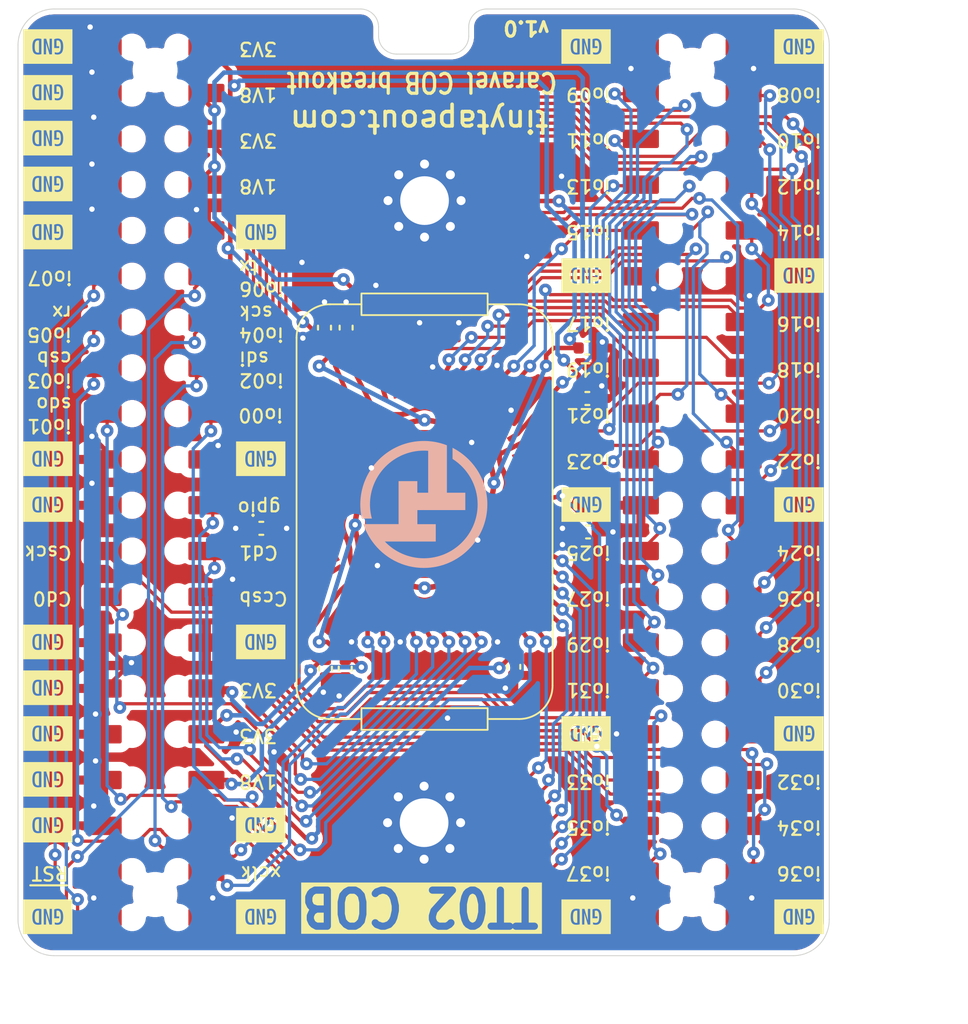
<source format=kicad_pcb>
(kicad_pcb (version 20240108) (generator "pcbnew") (generator_version "8.0")
  (title_block (title "Caravel Breakout QFN") (date "2024-02-20") (rev "2.2b") (comment 1 "(C) 2023 Pat Deegan"))
  (layers (0 "F.Cu" signal) (31 "B.Cu" signal) (34 "B.Paste" user) (35 "F.Paste" user) (36 "B.SilkS" user "B.Silkscreen") (37 "F.SilkS" user "F.Silkscreen") (38 "B.Mask" user) (39 "F.Mask" user) (44 "Edge.Cuts" user))
  (net 0 "")
  (net 1 "GND")
  (net 2 "mprj_io[18]")
  (net 3 "mprj_io[17]")
  (net 4 "mprj_io[16]")
  (net 5 "mprj_io[15]")
  (net 6 "mprj_io[14]")
  (net 7 "mprj_io[13]")
  (net 8 "mprj_io[12]")
  (net 9 "mprj_io[11]")
  (net 10 "mprj_io[10]")
  (net 11 "mprj_io[9]")
  (net 12 "mprj_io[8]")
  (net 13 "mprj_io[7]")
  (net 14 "mprj_io[6]_ser_tx")
  (net 15 "mprj_io[5]_ser_rx")
  (net 16 "mprj_io[0]")
  (net 17 "mprj_io[33]")
  (net 18 "mprj_io[32]")
  (net 19 "mprj_io[31]")
  (net 20 "mprj_io[30]")
  (net 21 "mprj_io[29]")
  (net 22 "mprj_io[28]")
  (net 23 "mprj_io[27]")
  (net 24 "mprj_io[26]")
  (net 25 "mprj_io[25]")
  (net 26 "mprj_io[24]")
  (net 27 "mprj_io[23]")
  (net 28 "mprj_io[22]")
  (net 29 "mprj_io[21]")
  (net 30 "mprj_io[20]")
  (net 31 "mprj_io[19]")
  (net 32 "mprj_io[4]_SCK")
  (net 33 "mprj_io[3]_CSB")
  (net 34 "mprj_io[2]_SDI")
  (net 35 "mprj_io[1]_SDO")
  (net 36 "gpio")
  (net 37 "Caravel_D0")
  (net 38 "Caravel_CSB")
  (net 39 "~{RST}")
  (net 40 "Caravel_D1")
  (net 41 "xclk")
  (net 42 "mprj_io[36]")
  (net 43 "mprj_io[37]")
  (net 44 "Caravel_SCK")
  (net 45 "mprj_io[34]")
  (net 46 "mprj_io[35]")
  (net 47 "3V3")
  (net 48 "1V8")
  (footprint "kibuzzard-6288F08E" (layer "F.Cu") (at 91.322 57.681 180)
    (property "Reference" "kibuzzard-6288F08E" (hide yes))
    (property "Value" "G***" (hide yes))
  )
  (footprint "BreakoutCommon:FH-00339" (layer "F.Cu") (at 85.4 43.75 -90)
    (property "Reference" "CON2" (hide yes))
    (property "Value" "REF-182665-01")
  )
  (footprint "Capacitor_SMD:C_0402_1005Metric" (layer "F.Cu") (at 79.58 36.3 180)
    (property "Reference" "C9" (hide yes))
    (property "Value" "0.1uf" (hide yes))
  )
  (footprint "kibuzzard-6288F08E" (layer "F.Cu") (at 61.462 52.601 180)
    (property "Reference" "kibuzzard-6288F08E" (hide yes))
    (property "Value" "G***" (hide yes))
  )
  (footprint "kibuzzard-6288F08E" (layer "F.Cu") (at 91.322 44.981 180)
    (property "Reference" "kibuzzard-6288F08E" (hide yes))
    (property "Value" "G***" (hide yes))
  )
  (footprint "kibuzzard-6288F08E" (layer "F.Cu") (at 79.511 57.681 180)
    (property "Reference" "kibuzzard-6288F08E" (hide yes))
    (property "Value" "G***" (hide yes))
  )
  (footprint "Capacitor_SMD:C_0402_1005Metric" (layer "F.Cu") (at 61.495 46.3)
    (property "Reference" "C2" (hide yes))
    (property "Value" "0.1uf" (hide yes))
  )
  (footprint "kibuzzard-6288F08E" (layer "F.Cu") (at 79.511 44.981 180)
    (property "Reference" "kibuzzard-6288F08E" (hide yes))
    (property "Value" "G***" (hide yes))
  )
  (footprint "MountingHole:MountingHole_2.7mm_M2.5_Pad_Via" (layer "F.Cu") (at 70.525 62.625)
    (property "Reference" "H2" (hide yes))
    (property "Value" "MountingHole_Pad" (hide yes))
  )
  (footprint "kibuzzard-6288F08E" (layer "F.Cu") (at 49.651 67.841 180)
    (property "Reference" "kibuzzard-6288F08E" (hide yes))
    (property "Value" "G***" (hide yes))
  )
  (footprint "Capacitor_SMD:C_0402_1005Metric" (layer "F.Cu") (at 65.05 54.08 90)
    (property "Reference" "C3" (hide yes))
    (property "Value" "0.1uf" (hide yes))
  )
  (footprint "kibuzzard-6288F08E" (layer "F.Cu") (at 61.462 42.441 180)
    (property "Reference" "kibuzzard-6288F08E" (hide yes))
    (property "Value" "G***" (hide yes))
  )
  (footprint "Capacitor_SMD:C_0402_1005Metric" (layer "F.Cu") (at 79.62 46.5 180)
    (property "Reference" "C5" (hide yes))
    (property "Value" "0.1uf" (hide yes))
  )
  (footprint "Capacitor_SMD:C_0402_1005Metric" (layer "F.Cu") (at 75.5 53.98 90)
    (property "Reference" "C4" (hide yes))
    (property "Value" "0.1uf" (hide yes))
  )
  (footprint "kibuzzard-6288F08E" (layer "F.Cu") (at 49.651 19.581 180)
    (property "Reference" "kibuzzard-6288F08E" (hide yes))
    (property "Value" "G***" (hide yes))
  )
  (footprint "Bond:Bond_Shield_Clip" (layer "F.Cu") (at 70.55 33.875)
    (property "Reference" "U2" (hide yes))
    (property "Value" "Bond_Shield_Clip" (hide yes))
  )
  (footprint "kibuzzard-6288F08E" (layer "F.Cu") (at 49.651 42.441 180)
    (property "Reference" "kibuzzard-6288F08E" (hide yes))
    (property "Value" "G***" (hide yes))
  )
  (footprint "kibuzzard-6288F08E" (layer "F.Cu") (at 61.462 62.761 180)
    (property "Reference" "kibuzzard-6288F08E" (hide yes))
    (property "Value" "G***" (hide yes))
  )
  (footprint "Capacitor_SMD:C_0402_1005Metric" (layer "F.Cu") (at 65 35.17 -90)
    (property "Reference" "C1" (hide yes))
    (property "Value" "0.1uf" (hide yes))
  )
  (footprint "Bond:Bond_Shield_Cover" (layer "F.Cu") (at 70.55 45.375)
    (property "Reference" "U4" (hide yes))
    (property "Value" "Bond_Shield_Cover" (hide yes))
  )
  (footprint "kibuzzard-6288F08E" (layer "F.Cu") (at 49.651 52.601 180)
    (property "Reference" "kibuzzard-6288F08E" (hide yes))
    (property "Value" "G***" (hide yes))
  )
  (footprint "MountingHole:MountingHole_2.7mm_M2.5_Pad_Via" (layer "F.Cu") (at 70.55 28.125)
    (property "Reference" "H1" (hide yes))
    (property "Value" "MountingHole_Pad" (hide yes))
  )
  (footprint "kibuzzard-6288F08E" (layer "F.Cu") (at 49.651 29.868 180)
    (property "Reference" "kibuzzard-6288F08E" (hide yes))
    (property "Value" "G***" (hide yes))
  )
  (footprint "kibuzzard-6288F08E" (layer "F.Cu") (at 49.651 44.981 180)
    (property "Reference" "kibuzzard-6288F08E" (hide yes))
    (property "Value" "G***" (hide yes))
  )
  (footprint "kibuzzard-6288F08E" (layer "F.Cu") (at 91.322 67.841 180)
    (property "Reference" "kibuzzard-6288F08E" (hide yes))
    (property "Value" "G***" (hide yes))
  )
  (footprint "Capacitor_SMD:C_0402_1005Metric" (layer "F.Cu") (at 79.58 39.1 180)
    (property "Reference" "C6" (hide yes))
    (property "Value" "0.1uf" (hide yes))
  )
  (footprint "Bond:Bond_Shield_Clip" (layer "F.Cu") (at 70.55 56.875)
    (property "Reference" "U3" (hide yes))
    (property "Value" "Bond_Shield_Clip" (hide yes))
  )
  (footprint "kibuzzard-6288F08E" (layer "F.Cu") (at 79.511 19.581 180)
    (property "Reference" "kibuzzard-6288F08E" (hide yes))
    (property "Value" "G***" (hide yes))
  )
  (footprint "kibuzzard-6288F08E" (layer "F.Cu") (at 61.462 67.841 180)
    (property "Reference" "kibuzzard-6288F08E" (hide yes))
    (property "Value" "G***" (hide yes))
  )
  (footprint "kibuzzard-6288F08E" (layer "F.Cu") (at 49.651 62.761 180)
    (property "Reference" "kibuzzard-6288F08E" (hide yes))
    (property "Value" "G***" (hide yes))
  )
  (footprint "Capacitor_SMD:C_0402_1005Metric" (layer "F.Cu") (at 66.2 35.17 -90)
    (property "Reference" "C7" (hide yes))
    (property "Value" "0.1uf" (hide yes))
  )
  (footprint "kibuzzard-6288F08E" (layer "F.Cu") (at 49.651 57.681 180)
    (property "Reference" "kibuzzard-6288F08E" (hide yes))
    (property "Value" "G***" (hide yes))
  )
  (footprint "kibuzzard-6288F08E" (layer "F.Cu") (at 91.322 32.281 180)
    (property "Reference" "kibuzzard-6288F08E" (hide yes))
    (property "Value" "G***" (hide yes))
  )
  (footprint "Bond:Caravel_Bond" (layer "F.Cu") (at 70.55 44.95)
    (property "Reference" "U1" (hide yes))
    (property "Value" "Caravel_Bond" (hide yes))
  )
  (footprint "kibuzzard-6288F08E" (layer "F.Cu") (at 49.651 24.661 180)
    (property "Reference" "kibuzzard-6288F08E" (hide yes))
    (property "Value" "G***" (hide yes))
  )
  (footprint "kibuzzard-6288F08E" (layer "F.Cu") (at 49.651 27.201 180)
    (property "Reference" "kibuzzard-6288F08E" (hide yes))
    (property "Value" "G***" (hide yes))
  )
  (footprint "kibuzzard-6288F08E" (layer "F.Cu") (at 79.511 32.281 180)
    (property "Reference" "kibuzzard-6288F08E" (hide yes))
    (property "Value" "G***" (hide yes))
  )
  (footprint "BreakoutCommon:FH-00339" (layer "F.Cu") (at 55.6 43.75 -90)
    (property "Reference" "CON1" (hide yes))
    (property "Value" "REF-182665-01")
  )
  (footprint "kibuzzard-6288F08E" (layer "F.Cu") (at 49.651 55.141 180)
    (property "Reference" "kibuzzard-6288F08E" (hide yes))
    (property "Value" "G***" (hide yes))
  )
  (footprint "kibuzzard-6288F08E" (layer "F.Cu") (at 61.462 29.868 180)
    (property "Reference" "kibuzzard-6288F08E" (hide yes))
    (property "Value" "G***" (hide yes))
  )
  (footprint "kibuzzard-6288F08E" (layer "F.Cu") (at 79.511 67.841 180)
    (property "Reference" "kibuzzard-6288F08E" (hide yes))
    (property "Value" "G***" (hide yes))
  )
  (footprint "kibuzzard-6288F08E" (layer "F.Cu") (at 49.651 22.121 180)
    (property "Reference" "kibuzzard-6288F08E" (hide yes))
    (property "Value" "G***" (hide yes))
  )
  (footprint "kibuzzard-6288F08E" (layer "F.Cu") (at 49.651 60.221 180)
    (property "Reference" "kibuzzard-6288F08E" (hide yes))
    (property "Value" "G***" (hide yes))
  )
  (footprint "Capacitor_SMD:C_0402_1005Metric" (layer "F.Cu") (at 66.15 54.08 90)
    (property "Reference" "C8" (hide yes))
    (property "Value" "0.1uf" (hide yes))
  )
  (footprint "kibuzzard-6288F08E" (layer "F.Cu") (at 91.322 19.581 180)
    (property "Reference" "kibuzzard-6288F08E" (hide yes))
    (property "Value" "G***" (hide yes))
  )
  (footprint "Logos:TT_logo" (layer "B.Cu") (at 70.55 44.925)
    (property "Reference" "REF**" (hide yes))
    (property "Value" "TT_logo")
  )
  (gr_line (start 48.684 66.1) (end 50.716 66.1) (stroke (width 0.12)) (layer "F.SilkS"))
  (gr_arc (start 91 17.5) (mid 92.414213 18.085786) (end 93 19.5) (stroke (width 0.05)) (layer "Edge.Cuts"))
  (gr_line (start 50 70) (end 91 70) (stroke (width 0.05)) (layer "Edge.Cuts"))
  (gr_arc (start 93 68) (mid 92.414214 69.414214) (end 91 70) (stroke (width 0.05)) (layer "Edge.Cuts"))
  (gr_arc (start 48 19.5) (mid 48.585786 18.085786) (end 50 17.5) (stroke (width 0.05)) (layer "Edge.Cuts"))
  (gr_line (start 68 18.5) (end 68 19) (stroke (width 0.05)) (layer "Edge.Cuts"))
  (gr_arc (start 69 20) (mid 68.292892 19.707107) (end 68 19) (stroke (width 0.05)) (layer "Edge.Cuts"))
  (gr_line (start 69 20) (end 72 20) (stroke (width 0.05)) (layer "Edge.Cuts"))
  (gr_line (start 73 19) (end 73 18.5) (stroke (width 0.05)) (layer "Edge.Cuts"))
  (gr_arc (start 50 70) (mid 48.585786 69.414214) (end 48 68) (stroke (width 0.05)) (layer "Edge.Cuts"))
  (gr_line (start 48 19.5) (end 48 68) (stroke (width 0.05)) (layer "Edge.Cuts"))
  (gr_arc (start 73 19) (mid 72.707107 19.707107) (end 72 20) (stroke (width 0.05)) (layer "Edge.Cuts"))
  (gr_line (start 91 17.5) (end 74 17.5) (stroke (width 0.05)) (layer "Edge.Cuts"))
  (gr_line (start 93 19.5) (end 93 68) (stroke (width 0.05)) (layer "Edge.Cuts"))
  (gr_arc (start 73 18.5) (mid 73.292893 17.792893) (end 74 17.5) (stroke (width 0.05)) (layer "Edge.Cuts"))
  (gr_arc (start 67 17.5) (mid 67.707107 17.792893) (end 68 18.5) (stroke (width 0.05)) (layer "Edge.Cuts"))
  (gr_line (start 50 17.5) (end 67 17.5) (stroke (width 0.05)) (layer "Edge.Cuts"))
  (gr_text "3V3" (at 60.192 19.708 180) (layer "F.SilkS") (effects (font (size 0.75 0.75) (thickness 0.12)) (justify right)))
  (gr_text "io36" (at 91.322 65.428 180) (layer "F.SilkS") (effects (font (size 0.75 0.75) (thickness 0.12))))
  (gr_text "TT02 COB" (at 70.3 66.1 180) (layer "F.SilkS" knockout) (effects (font (size 2 1.8) (thickness 0.4) (bold yes)) (justify bottom)))
  (gr_text "io18" (at 91.322 37.488 180) (layer "F.SilkS") (effects (font (size 0.75 0.75) (thickness 0.12))))
  (gr_text "io23" (at 79.638 42.568 180) (layer "F.SilkS") (effects (font (size 0.75 0.75) (thickness 0.12))))
  (gr_text "io34" (at 91.322 62.888 180) (layer "F.SilkS") (effects (font (size 0.75 0.75) (thickness 0.12))))
  (gr_text "xclk" (at 61.462 65.428 180) (layer "F.SilkS") (effects (font (size 0.75 0.75) (thickness 0.12))))
  (gr_text "io04\nsck" (at 60.192 34.948 180) (layer "F.SilkS") (effects (font (size 0.75 0.75) (thickness 0.12)) (justify right)))
  (gr_text "io29" (at 79.638 52.728 180) (layer "F.SilkS") (effects (font (size 0.75 0.75) (thickness 0.12))))
  (gr_text "gpio" (at 60.1 45.2 180) (layer "F.SilkS") (effects (font (size 0.75 0.75) (thickness 0.12)) (justify right)))
  (gr_text "3V3" (at 60.192 57.808 180) (layer "F.SilkS") (effects (font (size 0.75 0.75) (thickness 0.12)) (justify right)))
  (gr_text "io01\nsdo" (at 51.048 40.028 180) (layer "F.SilkS") (effects (font (size 0.75 0.75) (thickness 0.12)) (justify left)))
  (gr_text "io37" (at 79.638 65.428 180) (layer "F.SilkS") (effects (font (size 0.75 0.75) (thickness 0.12))))
  (gr_text "io25" (at 79.638 47.648 180) (layer "F.SilkS") (effects (font (size 0.75 0.75) (thickness 0.12))))
  (gr_text "io21" (at 79.638 40.028 180) (layer "F.SilkS") (effects (font (size 0.75 0.75) (thickness 0.12))))
  (gr_text "3V3" (at 60.192 24.788 180) (layer "F.SilkS") (effects (font (size 0.75 0.75) (thickness 0.12)) (justify right)))
  (gr_text "1V8" (at 60.192 27.328 180) (layer "F.SilkS") (effects (font (size 0.75 0.75) (thickness 0.12)) (justify right)))
  (gr_text "1V8" (at 60.192 22.248 180) (layer "F.SilkS") (effects (font (size 0.75 0.75) (thickness 0.12)) (justify right)))
  (gr_text "Cd1" (at 60.192 47.648 180) (layer "F.SilkS") (effects (font (size 0.75 0.75) (thickness 0.12)) (justify right)))
  (gr_text "RST" (at 49.778 65.428 180) (layer "F.SilkS") (effects (font (size 0.75 0.75) (thickness 0.12))))
  (gr_text "v1.0" (at 76.2 18.1 180) (layer "F.SilkS") (effects (font (size 0.8 0.8) (thickness 0.18) (bold yes)) (justify bottom)))
  (gr_text "io08" (at 91.322 22.248 180) (layer "F.SilkS") (effects (font (size 0.75 0.75) (thickness 0.12))))
  (gr_text "io35" (at 79.638 62.888 180) (layer "F.SilkS") (effects (font (size 0.75 0.75) (thickness 0.12))))
  (gr_text "io14" (at 91.322 29.868 180) (layer "F.SilkS") (effects (font (size 0.75 0.75) (thickness 0.12))))
  (gr_text "io27" (at 79.638 50.188 180) (layer "F.SilkS") (effects (font (size 0.75 0.75) (thickness 0.12))))
  (gr_text "io10" (at 91.322 24.788 180) (layer "F.SilkS") (effects (font (size 0.75 0.75) (thickness 0.12))))
  (gr_text "io31" (at 79.638 55.268 180) (layer "F.SilkS") (effects (font (size 0.75 0.75) (thickness 0.12))))
  (gr_text "io26" (at 91.322 50.188 180) (layer "F.SilkS") (effects (font (size 0.75 0.75) (thickness 0.12))))
  (gr_text "io22" (at 91.322 42.568 180) (layer "F.SilkS") (effects (font (size 0.75 0.75) (thickness 0.12))))
  (gr_text "3V3" (at 60.192 55.268 180) (layer "F.SilkS") (effects (font (size 0.75 0.75) (thickness 0.12)) (justify right)))
  (gr_text "io24" (at 91.322 47.648 180) (layer "F.SilkS") (effects (font (size 0.75 0.75) (thickness 0.12))))
  (gr_text "io12" (at 91.322 27.328 180) (layer "F.SilkS") (effects (font (size 0.75 0.75) (thickness 0.12))))
  (gr_text "io02\nsdi" (at 60.192 37.488 180) (layer "F.SilkS") (effects (font (size 0.75 0.75) (thickness 0.12)) (justify right)))
  (gr_text "Cd0" (at 51.048 50.188 180) (layer "F.SilkS") (effects (font (size 0.75 0.75) (thickness 0.12)) (justify left)))
  (gr_text "io17" (at 79.638 34.948 180) (layer "F.SilkS") (effects (font (size 0.75 0.75) (thickness 0.12))))
  (gr_text "io15" (at 79.638 29.868 180) (layer "F.SilkS") (effects (font (size 0.75 0.75) (thickness 0.12))))
  (gr_text "Csck" (at 51.048 47.648 180) (layer "F.SilkS") (effects (font (size 0.75 0.75) (thickness 0.12)) (justify left)))
  (gr_text "io32" (at 91.322 60.348 180) (layer "F.SilkS") (effects (font (size 0.75 0.75) (thickness 0.12))))
  (gr_text "io06\ntx" (at 60.192 32.408 180) (layer "F.SilkS") (effects (font (size 0.75 0.75) (thickness 0.12)) (justify right)))
  (gr_text "io30" (at 91.322 55.268 180) (layer "F.SilkS") (effects (font (size 0.75 0.75) (thickness 0.12))))
  (gr_text "Ccsb" (at 60.192 50.188 180) (layer "F.SilkS") (effects (font (size 0.75 0.75) (thickness 0.12)) (justify right)))
  (gr_text "1V8" (at 60.192 60.348 180) (layer "F.SilkS") (effects (font (size 0.75 0.75) (thickness 0.12)) (justify right)))
  (gr_text "io07" (at 49.778 32.408 180) (layer "F.SilkS") (effects (font (size 0.75 0.75) (thickness 0.12))))
  (gr_text "io13" (at 79.638 27.328 180) (layer "F.SilkS") (effects (font (size 0.75 0.75) (thickness 0.12))))
  (gr_text "io19" (at 79.638 37.488 180) (layer "F.SilkS") (effects (font (size 0.75 0.75) (thickness 0.12))))
  (gr_text "io09" (at 79.638 22.248 180) (layer "F.SilkS") (effects (font (size 0.75 0.75) (thickness 0.12))))
  (gr_text "io28" (at 91.322 52.728 180) (layer "F.SilkS") (effects (font (size 0.75 0.75) (thickness 0.12))))
  (gr_text "io16" (at 91.322 34.948 180) (layer "F.SilkS") (effects (font (size 0.75 0.75) (thickness 0.12))))
  (gr_text "io00" (at 61.462 40.028 180) (layer "F.SilkS") (effects (font (size 0.75 0.75) (thickness 0.12))))
  (gr_text "io03\ncsb" (at 51.048 37.488 180) (layer "F.SilkS") (effects (font (size 0.75 0.75) (thickness 0.12)) (justify left)))
  (gr_text "io20" (at 91.322 40.028 180) (layer "F.SilkS") (effects (font (size 0.75 0.75) (thickness 0.12))))
  (gr_text "Caravel COB breakout" (at 70.4 20.925 180) (layer "F.SilkS") (effects (font (size 1.1 0.9) (thickness 0.18) (bold yes)) (justify bottom)))
  (gr_text "io05\nrx" (at 51.048 34.948 180) (layer "F.SilkS") (effects (font (size 0.75 0.75) (thickness 0.12)) (justify left)))
  (gr_text "io11" (at 79.638 24.788 180) (layer "F.SilkS") (effects (font (size 0.75 0.75) (thickness 0.12))))
  (gr_text "io33" (at 79.638 60.348 180) (layer "F.SilkS") (effects (font (size 0.75 0.75) (thickness 0.12))))
  (gr_text "tinytapeout.com" (at 70.25 23.025 180) (layer "F.SilkS") (effects (font (size 1.2 1.2) (thickness 0.2) (bold yes)) (justify bottom)))
  (segment (start 52.75 67.35) (end 52.2 66.8) (width 0.25) (layer "F.Cu") (net 1))
  (segment (start 53.859326 53.749326) (end 54.291303 53.749326) (width 0.25) (layer "F.Cu") (net 1))
  (segment (start 82.55 20.25) (end 82 20.8) (width 0.25) (layer "F.Cu") (net 1))
  (segment (start 58.45 67.88) (end 58.45 67.15) (width 0.25) (layer "F.Cu") (net 1))
  (segment (start 58.45 42.356227) (end 59.1 41.706227) (width 0.25) (layer "F.Cu") (net 1))
  (segment (start 52.75 42.48) (end 52.75 41.85) (width 0.25) (layer "F.Cu") (net 1))
  (segment (start 66.2 34.69) (end 66.2 33.75) (width 0.25) (layer "F.Cu") (net 1))
  (segment (start 52.75 19.25) (end 52 18.5) (width 0.25) (layer "F.Cu") (net 1))
  (segment (start 65.05 54.56) (end 65.05 55.274901) (width 0.25) (layer "F.Cu") (net 1))
  (segment (start 75.5 54.46) (end 75.5 54.508606) (width 0.25) (layer "F.Cu") (net 1))
  (segment (start 80.06 38.72) (end 80.38 38.4) (width 0.25) (layer "F.Cu") (net 1))
  (segment (start 52.75 59.65) (end 52.3 59.2) (width 0.25) (layer "F.Cu") (net 1))
  (segment (start 88.25 33.075) (end 88.575 33.4) (width 0.25) (layer "F.Cu") (net 1))
  (segment (start 83.435 33.205) (end 87.365 33.205) (width 0.25) (layer "F.Cu") (net 1))
  (segment (start 58.45 62.8) (end 58.45 63.194522) (width 0.25) (layer "F.Cu") (net 1))
  (segment (start 58.45 29.78) (end 58.45 29.175) (width 0.25) (layer "F.Cu") (net 1))
  (segment (start 52.75 24.7) (end 52.75 24.05) (width 0.25) (layer "F.Cu") (net 1))
  (segment (start 66.15 55.259522) (end 65.811623 55.597899) (width 0.25) (layer "F.Cu") (net 1))
  (segment (start 88.25 67.88) (end 88.25 67.25) (width 0.25) (layer "F.Cu") (net 1))
  (segment (start 52.75 62.25) (end 52.2 61.7) (width 0.25) (layer "F.Cu") (net 1))
  (segment (start 52.75 44.45) (end 52.1 43.8) (width 0.25) (layer "F.Cu") (net 1))
  (segment (start 82.55 57.72) (end 81.22 57.72) (width 0.25) (layer "F.Cu") (net 1))
  (segment (start 88.25 20.25) (end 88.8 20.8) (width 0.25) (layer "F.Cu") (net 1))
  (segment (start 80.080838 36.3) (end 80.414408 35.96643) (width 0.25) (layer "F.Cu") (net 1))
  (segment (start 88.25 19.62) (end 88.25 20.25) (width 0.25) (layer "F.Cu") (net 1))
  (segment (start 52.75 29.78) (end 52.75 29.25) (width 0.25) (layer "F.Cu") (net 1))
  (segment (start 52.75 27.24) (end 52.75 26.75) (width 0.25) (layer "F.Cu") (net 1))
  (segment (start 52.75 55.18) (end 52.860629 55.18) (width 0.25) (layer "F.Cu") (net 1))
  (segment (start 59.44 62.8) (end 59.87405 62.36595) (width 0.25) (layer "F.Cu") (net 1))
  (segment (start 52.75 22.16) (end 52.75 21.65) (width 0.25) (layer "F.Cu") (net 1))
  (segment (start 52.75 60.26) (end 52.75 59.65) (width 0.25) (layer "F.Cu") (net 1))
  (segment (start 82.55 32.32) (end 82.606458 32.32) (width 0.25) (layer "F.Cu") (net 1))
  (segment (start 52.75 62.8) (end 52.75 62.25) (width 0.25) (layer "F.Cu") (net 1))
  (segment (start 75.5 54.46) (end 75.5 54.694904) (width 0.25) (layer "F.Cu") (net 1))
  (segment (start 82.55 67.88) (end 82.55 67.25) (width 0.25) (layer "F.Cu") (net 1))
  (segment (start 66.15 54.56) (end 66.15 55.259522) (width 0.25) (layer "F.Cu") (net 1))
  (segment (start 87.365 33.205) (end 88.38 33.205) (width 0.25) (layer "F.Cu") (net 1))
  (segment (start 58.45 67.15) (end 58.8 66.8) (width 0.25) (layer "F.Cu") (net 1))
  (segment (start 58.45 29.175) (end 57.9 28.625) (width 0.25) (layer "F.Cu") (net 1))
  (segment (start 88.25 67.25) (end 88.7 66.8) (width 0.25) (layer "F.Cu") (net 1))
  (segment (start 82.55 67.25) (end 82.1 66.8) (width 0.25) (layer "F.Cu") (net 1))
  (segment (start 82.55 32.32) (end 82.570518 32.32) (width 0.25) (layer "F.Cu") (net 1))
  (segment (start 52.75 45.02) (end 52.75 44.45) (width 0.25) (layer "F.Cu") (net 1))
  (segment (start 65 34.69) (end 65 33.75) (width 0.25) (layer "F.Cu") (net 1))
  (segment (start 58.45 42.48) (end 58.45 42.356227) (width 0.25) (layer "F.Cu") (net 1))
  (segment (start 52.75 52.64) (end 53.859326 53.749326) (width 0.25) (layer "F.Cu") (net 1))
  (segment (start 52.860629 55.18) (end 54.291303 53.749326) (width 0.25) (layer "F.Cu") (net 1))
  (segment (start 82.55 19.62) (end 82.55 20.25) (width 0.25) (layer "F.Cu") (net 1))
  (segment (start 80.06 39.1) (end 80.06 38.72) (width 0.25) (layer "F.Cu") (net 1))
  (segment (start 52.75 26.75) (end 52.1 26.1) (width 0.25) (layer "F.Cu") (net 1))
  (segment (start 58.45 62.8) (end 58.507362 62.8) (width 0.25) (layer "F.Cu") (net 1))
  (segment (start 52.75 57.05) (end 52.3 56.6) (width 0.25) (layer "F.Cu") (net 1))
  (segment (start 58.45 62.8) (end 59.44 62.8) (width 0.25) (layer "F.Cu") (net 1))
  (segment (start 88.25 32.32) (end 88.25 33.075) (width 0.25) (layer "F.Cu") (net 1))
  (segment (start 52.75 24.05) (end 52.2 23.5) (width 0.25) (layer "F.Cu") (net 1))
  (segment (start 88.38 33.205) (end 88.575 33.4) (width 0.25) (layer "F.Cu") (net 1))
  (segment (start 61.015 46.3) (end 60.075 46.3) (width 0.25) (layer "F.Cu") (net 1))
  (segment (start 80.1 46.5) (end 81 46.5) (width 0.25) (layer "F.Cu") (net 1))
  (segment (start 52.75 57.72) (end 52.75 57.05) (width 0.25) (layer "F.Cu") (net 1))
  (segment (start 81.22 57.72) (end 81.2 57.7) (width 0.25) (layer "F.Cu") (net 1))
  (segment (start 82.55 32.32) (end 83.435 33.205) (width 0.25) (layer "F.Cu") (net 1))
  (segment (start 52.75 19.62) (end 52.75 19.25) (width 0.25) (layer "F.Cu") (net 1))
  (segment (start 52.75 41.85) (end 52.1 41.2) (width 0.25) (layer "F.Cu") (net 1))
  (segment (start 80.06 36.3) (end 80.080838 36.3) (width 0.25) (layer "F.Cu") (net 1))
  (segment (start 65.05 55.274901) (end 64.936294 55.388607) (width 0.25) (layer "F.Cu") (net 1))
  (segment (start 75.5 54.694904) (end 75.032395 55.162509) (width 0.25) (layer "F.Cu") (net 1))
  (segment (start 52.75 67.88) (end 52.75 67.35) (width 0.25) (layer "F.Cu") (net 1))
  (segment (start 52.75 21.65) (end 52.1 21) (width 0.25) (layer "F.Cu") (net 1))
  (segment (start 82.55 32.32) (end 82.580269 32.32) (width 0.25) (layer "F.Cu") (net 1))
  (segment (start 82.570518 32.32) (end 83.260518 33.01) (width 0.25) (layer "F.Cu") (net 1))
  (segment (start 52.75 29.25) (end 52.1 28.6) (width 0.25) (layer "F.Cu") (net 1))
  (segment (start 52.75 52.64) (end 52.75 52.368097) (width 0.25) (layer "F.Cu") (net 1))
  (via (at 70.275 34.9) (size 0.7) (drill 0.3) (layers "F.Cu" "B.Cu") (net 1))
  (via (at 63.8 35.75) (size 0.7) (drill 0.3) (layers "F.Cu" "B.Cu") (net 1))
  (via (at 82.1 66.8) (size 0.7) (drill 0.3) (layers "F.Cu" "B.Cu") (net 1))
  (via (at 59.87405 62.36595) (size 0.7) (drill 0.3) (layers "F.Cu" "B.Cu") (net 1))
  (via (at 65 33.75) (size 0.7) (drill 0.3) (layers "F.Cu" "B.Cu") (net 1))
  (via (at 52.2 23.5) (size 0.7) (drill 0.3) (layers "F.Cu" "B.Cu") (net 1))
  (via (at 88.8 20.8) (size 0.7) (drill 0.3) (layers "F.Cu" "B.Cu") (net 1))
  (via (at 74.6 52.6) (size 0.7) (drill 0.3) (layers "F.Cu" "B.Cu") (net 1))
  (via (at 75.032395 55.162509) (size 0.7) (drill 0.3) (layers "F.Cu" "B.Cu") (net 1))
  (via (at 60.075 46.3) (size 0.7) (drill 0.3) (layers "F.Cu" "B.Cu") (net 1))
  (via (at 58.8 66.8) (size 0.7) (drill 0.3) (layers "F.Cu" "B.Cu") (net 1))
  (via (at 69.2 52.6) (size 0.7) (drill 0.3) (layers "F.Cu" "B.Cu") (net 1))
  (via (at 60.1 57.6) (size 0.7) (drill 0.3) (layers "F.Cu" "B.Cu") (net 1))
  (via (at 67.85 32.825) (size 0.7) (drill 0.3) (layers "F.Cu" "B.Cu") (net 1))
  (via (at 52.1 41.2) (size 0.7) (drill 0.3) (layers "F.Cu" "B.Cu") (net 1))
  (via (at 57.9 28.625) (size 0.7) (drill 0.3) (layers "F.Cu" "B.Cu") (net 1))
  (via (at 52.2 66.8) (size 0.7) (drill 0.3) (layers "F.Cu" "B.Cu") (net 1))
  (via (at 78.15 26.775) (size 0.7) (drill 0.3) (layers "F.Cu" "B.Cu") (net 1))
  (via (at 52.3 59.2) (size 0.7) (drill 0.3) (layers "F.Cu" "B.Cu") (net 1))
  (via (at 63.75 31.55) (size 0.7) (drill 0.3) (layers "F.Cu" "B.Cu") (net 1))
  (via (at 59.9 49.125) (size 0.7) (drill 0.3) (layers "F.Cu" "B.Cu") (net 1))
  (via (at 71 37.35) (size 0.7) (drill 0.3) (layers "F.Cu" "B.Cu") (net 1))
  (via (at 88.7 66.8) (size 0.7) (drill 0.3) (layers "F.Cu" "B.Cu") (net 1))
  (via (at 52.1 21) (size 0.7) (drill 0.3) (layers "F.Cu" "B.Cu") (net 1))
  (via (at 62.2 58.7) (size 0.7) (drill 0.3) (layers "F.Cu" "B.Cu") (net 1))
  (via (at 83.260518 33.01) (size 0.7) (drill 0.3) (layers "F.Cu" "B.Cu") (net 1))
  (via (at 62.9 46.3) (size 0.7) (drill 0.3) (layers "F.Cu" "B.Cu") (net 1))
  (via (at 52.1 28.6) (size 0.7) (drill 0.3) (layers "F.Cu" "B.Cu") (net 1))
  (via (at 52.2 61.7) (size 0.7) (drill 0.3) (layers "F.Cu" "B.Cu") (net 1))
  (via (at 81 46.5) (size 0.7) (drill 0.3) (layers "F.Cu" "B.Cu") (net 1))
  (via (at 80.414408 35.96643) (size 0.7) (drill 0.3) (layers "F.Cu" "B.Cu") (net 1))
  (via (at 66.5 52.6) (size 0.7) (drill 0.3) (layers "F.Cu" "B.Cu") (net 1))
  (via (at 82 20.8) (size 0.7) (drill 0.3) (layers "F.Cu" "B.Cu") (net 1))
  (via (at 65.811623 55.597899) (size 0.7) (drill 0.3) (layers "F.Cu" "B.Cu") (net 1))
  (via (at 59.1 41.706227) (size 0.7) (drill 0.3) (layers "F.Cu" "B.Cu") (net 1))
  (via (at 76.225 31.225) (size 0.7) (drill 0.3) (layers "F.Cu" "B.Cu") (net 1))
  (via (at 71.825 56.825) (size 0.7) (drill 0.3) (layers "F.Cu" "B.Cu") (net 1))
  (via (at 78.2 47.2) (size 0.7) (drill 0.3) (layers "F.Cu" "B.Cu") (net 1))
  (via (at 74.573315 37.26444) (size 0.7) (drill 0.3) (layers "F.Cu" "B.Cu") (net 1))
  (via (at 52 18.5) (size 0.7) (drill 0.3) (layers "F.Cu" "B.Cu") (net 1))
  (via (at 72.45 34.9) (size 0.7) (drill 0.3) (layers "F.Cu" "B.Cu") (net 1))
  (via (at 66.2 33.75) (size 0.7) (drill 0.3) (layers "F.Cu" "B.Cu") (net 1))
  (via (at 52.3 56.6) (size 0.7) (drill 0.3) (layers "F.Cu" "B.Cu") (net 1))
  (via (at 52.1 26.1) (size 0.7) (drill 0.3) (layers "F.Cu" "B.Cu") (net 1))
  (via (at 81.2 57.7) (size 0.7) (drill 0.3) (layers "F.Cu" "B.Cu") (net 1))
  (via (at 52.1 43.8) (size 0.7) (drill 0.3) (layers "F.Cu" "B.Cu") (net 1))
  (via (at 64.936294 55.388607) (size 0.7) (drill 0.3) (layers "F.Cu" "B.Cu") (net 1))
  (via (at 78.2 46.3) (size 0.7) (drill 0.3) (layers "F.Cu" "B.Cu") (net 1))
  (via (at 54.291303 53.749326) (size 0.7) (drill 0.3) (layers "F.Cu" "B.Cu") (net 1))
  (via (at 75.35 39.75) (size 0.7) (drill 0.3) (layers "F.Cu" "B.Cu") (net 1))
  (via (at 80.38 38.4) (size 0.7) (drill 0.3) (layers "F.Cu" "B.Cu") (net 1))
  (via (at 88.575 33.4) (size 0.7) (drill 0.3) (layers "F.Cu" "B.Cu") (net 1))
  (segment (start 62.9 38.2) (end 62.9 36.65) (width 0.25) (layer "B.Cu") (net 1))
  (segment (start 60.1 57.6) (end 59.550502 57.6) (width 0.25) (layer "B.Cu") (net 1))
  (segment (start 58.900096 50.124904) (end 59.9 49.125) (width 0.25) (layer "B.Cu") (net 1))
  (segment (start 62.9 36.65) (end 63.8 35.75) (width 0.25) (layer "B.Cu") (net 1))
  (segment (start 58.900096 56.949594) (end 58.900096 50.124904) (width 0.25) (layer "B.Cu") (net 1))
  (segment (start 67.6 42.95) (end 67.6 42.9) (width 0.25) (layer "B.Cu") (net 1))
  (segment (start 71 37.3) (end 71 37.297967) (width 0.25) (layer "B.Cu") (net 1))
  (segment (start 59.550502 57.6) (end 58.900096 56.949594) (width 0.25) (layer "B.Cu") (net 1))
  (segment (start 75.99093 34.76) (end 76.125464 34.625464) (width 0.18) (layer "F.Cu") (net 2))
  (segment (start 76.125464 34.625464) (end 76.330929 34.42) (width 0.18) (layer "F.Cu") (net 2))
  (segment (start 75.99093 34.76) (end 75.925465 34.825465) (width 0.18) (layer "F.Cu") (net 2))
  (segment (start 75.04093 35.71) (end 75.925465 34.825465) (width 0.18) (layer "F.Cu") (net 2))
  (segment (start 81.28 35.417808) (end 81.28 35.424914) (width 0.18) (layer "F.Cu") (net 2))
  (segment (start 86.182082 35.71) (end 87.872082 37.4) (width 0.18) (layer "F.Cu") (net 2))
  (segment (start 80.282192 34.42) (end 81.28 35.417808) (width 0.18) (layer "F.Cu") (net 2))
  (segment (start 81.565086 35.71) (end 86.182082 35.71) (width 0.18) (layer "F.Cu") (net 2))
  (segment (start 87.872082 37.4) (end 88.25 37.4) (width 0.18) (layer "F.Cu") (net 2))
  (segment (start 74.35 35.71) (end 75.04093 35.71) (width 0.18) (layer "F.Cu") (net 2))
  (segment (start 76.330929 34.42) (end 80.282192 34.42) (width 0.18) (layer "F.Cu") (net 2))
  (segment (start 71.9 37.355097) (end 71.9 37.3) (width 0.18) (layer "F.Cu") (net 2))
  (segment (start 74.35 35.71) (end 73.15 35.71) (width 0.18) (layer "F.Cu") (net 2))
  (segment (start 71.9 37.3) (end 71.9 36.95) (width 0.18) (layer "F.Cu") (net 2))
  (segment (start 81.28 35.424914) (end 81.565086 35.71) (width 0.18) (layer "F.Cu") (net 2))
  (via (at 71.9 36.95) (size 0.7) (drill 0.3) (layers "F.Cu" "B.Cu") (net 2))
  (via (at 73.15 35.71) (size 0.7) (drill 0.3) (layers "F.Cu" "B.Cu") (net 2))
  (segment (start 73.15 35.71) (end 73.14 35.71) (width 0.18) (layer "B.Cu") (net 2))
  (segment (start 73.14 35.71) (end 71.9 36.95) (width 0.18) (layer "B.Cu") (net 2))
  (segment (start 72.8 37.3) (end 72.8 36.95) (width 0.18) (layer "F.Cu") (net 3))
  (segment (start 72.794281 37.3) (end 72.794043 37.299762) (width 0.18) (layer "F.Cu") (net 3))
  (segment (start 82.09 34.4) (end 82.55 34.86) (width 0.18) (layer "F.Cu") (net 3))
  (segment (start 75.841813 34.4) (end 76.181813 34.06) (width 0.18) (layer "F.Cu") (net 3))
  (segment (start 81.231309 34.86) (end 82.55 34.86) (width 0.18) (layer "F.Cu") (net 3))
  (segment (start 80.642192 34.270883) (end 81.231309 34.86) (width 0.18) (layer "F.Cu") (net 3))
  (segment (start 80.431308 34.06) (end 80.642192 34.270883) (width 0.18) (layer "F.Cu") (net 3))
  (segment (start 74.925 35.09) (end 75.151813 35.09) (width 0.18) (layer "F.Cu") (net 3))
  (segment (start 75.151813 35.09) (end 75.841813 34.4) (width 0.18) (layer "F.Cu") (net 3))
  (segment (start 74.925 35.09) (end 74.050501 35.09) (width 0.18) (layer "F.Cu") (net 3))
  (segment (start 76.181813 34.06) (end 80.431308 34.06) (width 0.18) (layer "F.Cu") (net 3))
  (segment (start 72.8 37.3) (end 72.794281 37.3) (width 0.18) (layer "F.Cu") (net 3))
  (via (at 74.050501 35.09) (size 0.7) (drill 0.3) (layers "F.Cu" "B.Cu") (net 3))
  (via (at 72.8 36.95) (size 0.7) (drill 0.3) (layers "F.Cu" "B.Cu") (net 3))
  (segment (start 74.050501 35.09) (end 74.050501 35.699499) (width 0.18) (layer "B.Cu") (net 3))
  (segment (start 74.050501 35.699499) (end 72.8 36.95) (width 0.18) (layer "B.Cu") (net 3))
  (segment (start 87.4 34.01) (end 88.25 34.86) (width 0.18) (layer "F.Cu") (net 4))
  (segment (start 73.7 37.3) (end 73.7 36.969997) (width 0.18) (layer "F.Cu") (net 4))
  (segment (start 80.890426 34.01) (end 87.4 34.01) (width 0.18) (layer "F.Cu") (net 4))
  (segment (start 74.675 34.47) (end 75.262697 34.47) (width 0.18) (layer "F.Cu") (net 4))
  (segment (start 75.262697 34.47) (end 76.032697 33.7) (width 0.18) (layer "F.Cu") (net 4))
  (segment (start 76.032697 33.7) (end 76.25 33.7) (width 0.18) (layer "F.Cu") (net 4))
  (segment (start 73.674749 37.3) (end 73.674045 37.300704) (width 0.18) (layer "F.Cu") (net 4))
  (segment (start 80.580425 33.699999) (end 80.890426 34.01) (width 0.18) (layer "F.Cu") (net 4))
  (segment (start 80.000001 33.699999) (end 80.580425 33.699999) (width 0.18) (layer "F.Cu") (net 4))
  (segment (start 73.7 37.3) (end 73.674749 37.3) (width 0.18) (layer "F.Cu") (net 4))
  (segment (start 76.25 33.7) (end 80 33.7) (width 0.18) (layer "F.Cu") (net 4))
  (segment (start 73.7 36.969997) (end 73.680003 36.95) (width 0.18) (layer "F.Cu") (net 4))
  (segment (start 80 33.7) (end 80.000001 33.699999) (width 0.18) (layer "F.Cu") (net 4))
  (via (at 73.680003 36.95) (size 0.7) (drill 0.3) (layers "F.Cu" "B.Cu") (net 4))
  (via (at 74.675 34.47) (size 0.7) (drill 0.3) (layers "F.Cu" "B.Cu") (net 4))
  (segment (start 74.675 35.955003) (end 74.675 34.47) (width 0.18) (layer "B.Cu") (net 4))
  (segment (start 73.680003 36.95) (end 74.675 35.955003) (width 0.18) (layer "B.Cu") (net 4))
  (segment (start 79.17 29.78) (end 82.55 29.78) (width 0.18) (layer "F.Cu") (net 5))
  (segment (start 78.15 30.8) (end 79.17 29.78) (width 0.18) (layer "F.Cu") (net 5))
  (via (at 75.5 37.3) (size 0.7) (drill 0.3) (layers "F.Cu" "B.Cu") (net 5))
  (via (at 78.15 30.8) (size 0.7) (drill 0.3) (layers "F.Cu" "B.Cu") (net 5))
  (segment (start 76.63 33.25) (end 76.63 32.32) (width 0.18) (layer "B.Cu") (net 5))
  (segment (start 76.63 32.32) (end 77.820405 31.129595) (width 0.18) (layer "B.Cu") (net 5))
  (segment (start 76.63 36.17) (end 76.63 33.25) (width 0.18) (layer "B.Cu") (net 5))
  (segment (start 77.820405 31.129595) (end 78.15 30.8) (width 0.18) (layer "B.Cu") (net 5))
  (segment (start 75.5 37.3) (end 76.63 36.17) (width 0.18) (layer "B.Cu") (net 5))
  (segment (start 80.729542 33.339999) (end 81.039543 33.65) (width 0.18) (layer "F.Cu") (net 6))
  (segment (start 76.4 37.3) (end 76.394086 37.3) (width 0.18) (layer "F.Cu") (net 6))
  (segment (start 77.509999 33.339999) (end 80.729542 33.339999) (width 0.18) (layer "F.Cu") (net 6))
  (segment (start 88.7 30.23) (end 88.25 29.78) (width 0.18) (layer "F.Cu") (net 6))
  (segment (start 76.394086 37.3) (end 76.394033 37.300053) (width 0.18) (layer "F.Cu") (net 6))
  (segment (start 87.979116 34.08) (end 89.189211 34.08) (width 0.18) (layer "F.Cu") (net 6))
  (segment (start 89.189211 34.08) (end 89.619211 33.65) (width 0.18) (layer "F.Cu") (net 6))
  (segment (start 81.039543 33.65) (end 87.549116 33.65) (width 0.18) (layer "F.Cu") (net 6))
  (segment (start 88.7 30.8) (end 88.7 30.23) (width 0.18) (layer "F.Cu") (net 6))
  (segment (start 77.25 33.08) (end 77.509999 33.339999) (width 0.18) (layer "F.Cu") (net 6))
  (segment (start 87.549116 33.65) (end 87.979116 34.08) (width 0.18) (layer "F.Cu") (net 6))
  (via (at 76.394033 37.300053) (size 0.7) (drill 0.3) (layers "F.Cu" "B.Cu") (net 6))
  (via (at 77.25 33.08) (size 0.7) (drill 0.3) (layers "F.Cu" "B.Cu") (net 6))
  (via (at 89.619211 33.65) (size 0.7) (drill 0.3) (layers "F.Cu" "B.Cu") (net 6))
  (via (at 88.7 30.8) (size 0.7) (drill 0.3) (layers "F.Cu" "B.Cu") (net 6))
  (segment (start 77.25 33.08) (end 77.25 36.430903) (width 0.18) (layer "B.Cu") (net 6))
  (segment (start 89.619211 31.719211) (end 88.7 30.8) (width 0.18) (layer "B.Cu") (net 6))
  (segment (start 77.25 36.430903) (end 76.394033 37.28687) (width 0.18) (layer "B.Cu") (net 6))
  (segment (start 76.394033 37.28687) (end 76.394033 37.300053) (width 0.18) (layer "B.Cu") (net 6))
  (segment (start 89.619211 33.65) (end 89.619211 31.719211) (width 0.18) (layer "B.Cu") (net 6))
  (segment (start 76.394033 37.300053) (end 76.285 37.19102) (width 0.18) (layer "B.Cu") (net 6))
  (segment (start 81.02 27.3) (end 82.49 27.3) (width 0.18) (layer "F.Cu") (net 7))
  (segment (start 82.49 27.3) (end 82.55 27.24) (width 0.18) (layer "F.Cu") (net 7))
  (via (at 81.02 27.3) (size 0.7) (drill 0.3) (layers "F.Cu" "B.Cu") (net 7))
  (via (at 78.2 38.2) (size 0.7) (drill 0.3) (layers "F.Cu" "B.Cu") (net 7))
  (segment (start 79.74 28.58) (end 81.02 27.3) (width 0.18) (layer "B.Cu") (net 7))
  (segment (start 79.74 36.15) (end 79.74 28.58) (width 0.18) (layer "B.Cu") (net 7))
  (segment (start 78.376776 38.2) (end 79.74 36.836776) (width 0.18) (layer "B.Cu") (net 7))
  (segment (start 78.2 38.2) (end 78.376776 38.2) (width 0.18) (layer "B.Cu") (net 7))
  (segment (start 79.74 36.836776) (end 79.74 36.15) (width 0.18) (layer "B.Cu") (net 7))
  (segment (start 88.7 27.69) (end 88.25 27.24) (width 0.18) (layer "F.Cu") (net 8))
  (segment (start 78.2 40) (end 80.655086 40) (width 0.18) (layer "F.Cu") (net 8))
  (segment (start 88.7 28.3) (end 88.7 27.69) (width 0.18) (layer "F.Cu") (net 8))
  (segment (start 80.655086 40) (end 82.405086 38.25) (width 0.18) (layer "F.Cu") (net 8))
  (segment (start 82.405086 38.25) (end 89.65 38.25) (width 0.18) (layer "F.Cu") (net 8))
  (via (at 88.7 28.3) (size 0.7) (drill 0.3) (layers "F.Cu" "B.Cu") (net 8))
  (via (at 89.65 38.25) (size 0.7) (drill 0.3) (layers "F.Cu" "B.Cu") (net 8))
  (segment (start 90.239211 36.75) (end 90.239211 37.660789) (width 0.18) (layer "B.Cu") (net 8))
  (segment (start 90.239211 37.55) (end 90.239211 36.75) (width 0.18) (layer "B.Cu") (net 8))
  (segment (start 90.239211 36.75) (end 90.239211 29.839211) (width 0.18) (layer "B.Cu") (net 8))
  (segment (start 90.239211 29.839211) (end 88.7 28.3) (width 0.18) (layer "B.Cu") (net 8))
  (segment (start 90.239211 37.660789) (end 89.65 38.25) (width 0.18) (layer "B.Cu") (net 8))
  (segment (start 82.45 24.8) (end 82.55 24.7) (width 0.18) (layer "F.Cu") (net 9))
  (segment (start 81.1 24.8) (end 82.45 24.8) (width 0.18) (layer "F.Cu") (net 9))
  (segment (start 78.2 40.9) (end 80.694408 40.9) (width 0.18) (layer "F.Cu") (net 9))
  (segment (start 80.694408 40.9) (end 80.794408 40.8) (width 0.18) (layer "F.Cu") (net 9))
  (via (at 81.1 24.8) (size 0.7) (drill 0.3) (layers "F.Cu" "B.Cu") (net 9))
  (via (at 80.794408 40.8) (size 0.7) (drill 0.3) (layers "F.Cu" "B.Cu") (net 9))
  (segment (start 81.64 27.556813) (end 81.548407 27.648407) (width 0.18) (layer "B.Cu") (net 9))
  (segment (start 81.054408 40.54) (end 81.054408 40.35) (width 0.18) (layer "B.Cu") (net 9))
  (segment (start 81.64 25.34) (end 81.64 27.556813) (width 0.18) (layer "B.Cu") (net 9))
  (segment (start 81.548407 27.648407) (end 80.1 29.096814) (width 0.18) (layer "B.Cu") (net 9))
  (segment (start 80.1 34.746925) (end 81.054408 35.701333) (width 0.18) (layer "B.Cu") (net 9))
  (segment (start 80.794408 40.8) (end 81.054408 40.54) (width 0.18) (layer "B.Cu") (net 9))
  (segment (start 81.054408 35.701333) (end 81.054408 40.35) (width 0.18) (layer "B.Cu") (net 9))
  (segment (start 81.1 24.8) (end 81.64 25.34) (width 0.18) (layer "B.Cu") (net 9))
  (segment (start 80.1 29.096814) (end 80.1 34.746925) (width 0.18) (layer "B.Cu") (net 9))
  (segment (start 82.443186 41.7) (end 82.746593 41.396593) (width 0.18) (layer "F.Cu") (net 10))
  (segment (start 83.243187 40.9) (end 89.7 40.9) (width 0.18) (layer "F.Cu") (net 10))
  (segment (start 82.746593 41.396593) (end 83.243187 40.9) (width 0.18) (layer "F.Cu") (net 10))
  (segment (start 78.3 41.7) (end 82.443186 41.7) (width 0.18) (layer "F.Cu") (net 10))
  (segment (start 88.25 24.7) (end 89.1 24.7) (width 0.18) (layer "F.Cu") (net 10))
  (segment (start 89.1 24.7) (end 89.7 25.3) (width 0.18) (layer "F.Cu") (net 10))
  (segment (start 88.7 25.15) (end 88.25 24.7) (width 0.18) (layer "F.Cu") (net 10))
  (segment (start 78.2 41.8) (end 78.3 41.7) (width 0.18) (layer "F.Cu") (net 10))
  (via (at 89.7 40.9) (size 0.7) (drill 0.3) (layers "F.Cu" "B.Cu") (net 10))
  (via (at 89.7 25.3) (size 0.7) (drill 0.3) (layers "F.Cu" "B.Cu") (net 10))
  (segment (start 90.599211 37.8) (end 90.599211 30.4) (width 0.18) (layer "B.Cu") (net 10))
  (segment (start 89.85 40.9) (end 90.599211 40.150789) (width 0.18) (layer "B.Cu") (net 10))
  (segment (start 89.7 40.9) (end 89.85 40.9) (width 0.18) (layer "B.Cu") (net 10))
  (segment (start 90.054558 29.145442) (end 90.054559 29.145442) (width 0.18) (layer "B.Cu") (net 10))
  (segment (start 89.7 25.3) (end 89.7 28.790884) (width 0.18) (layer "B.Cu") (net 10))
  (segment (start 90.599211 29.690094) (end 90.599211 30.4) (width 0.18) (layer "B.Cu") (net 10))
  (segment (start 90.599211 40.150789) (end 90.599211 37.8) (width 0.18) (layer "B.Cu") (net 10))
  (segment (start 90.054559 29.145442) (end 90.599211 29.690094) (width 0.18) (layer "B.Cu") (net 10))
  (segment (start 89.7 28.790884) (end 90.054558 29.145442) (width 0.18) (layer "B.Cu") (net 10))
  (segment (start 80.920001 42.7) (end 81.020001 42.6) (width 0.18) (layer "F.Cu") (net 11))
  (segment (start 78.2 42.7) (end 80.920001 42.7) (width 0.18) (layer "F.Cu") (net 11))
  (segment (start 82.51 22.2) (end 82.55 22.16) (width 0.18) (layer "F.Cu") (net 11))
  (segment (start 81.1 22.2) (end 82.51 22.2) (width 0.18) (layer "F.Cu") (net 11))
  (via (at 81.1 22.2) (size 0.7) (drill 0.3) (layers "F.Cu" "B.Cu") (net 11))
  (via (at 81.020001 42.6) (size 0.7) (drill 0.3) (layers "F.Cu" "B.Cu") (net 11))
  (segment (start 81.414408 35.552216) (end 81.414408 42.05) (width 0.18) (layer "B.Cu") (net 11))
  (segment (start 81.1 22.2) (end 82 23.1) (width 0.18) (layer "B.Cu") (net 11))
  (segment (start 80.46 34.597809) (end 80.460001 34.597809) (width 0.18) (layer "B.Cu") (net 11))
  (segment (start 82 23.1) (end 82 27.705932) (width 0.18) (layer "B.Cu") (net 11))
  (segment (start 80.46 29.245932) (end 80.46 34.597809) (width 0.18) (layer "B.Cu") (net 11))
  (segment (start 80.460001 34.597809) (end 81.414408 35.552216) (width 0.18) (layer "B.Cu") (net 11))
  (segment (start 81.020001 42.6) (end 81.414408 42.205593) (width 0.18) (layer "B.Cu") (net 11))
  (segment (start 81.414408 42.205593) (end 81.414408 42.05) (width 0.18) (layer "B.Cu") (net 11))
  (segment (start 82 27.705932) (end 80.46 29.245932) (width 0.18) (layer "B.Cu") (net 11))
  (segment (start 89.25 43.6) (end 89.75 43.1) (width 0.18) (layer "F.Cu") (net 12))
  (segment (start 78.2 43.6) (end 88.9 43.6) (width 0.18) (layer "F.Cu") (net 12))
  (segment (start 88.7 22.61) (end 88.25 22.16) (width 0.18) (layer "F.Cu") (net 12))
  (segment (start 88.39 22.3) (end 88.25 22.16) (width 0.18) (layer "F.Cu") (net 12))
  (segment (start 89.7 22.3) (end 88.39 22.3) (width 0.18) (layer "F.Cu") (net 12))
  (segment (start 88.9 43.6) (end 89.25 43.6) (width 0.18) (layer "F.Cu") (net 12))
  (via (at 89.7 22.3) (size 0.7) (drill 0.3) (layers "F.Cu" "B.Cu") (net 12))
  (via (at 89.75 43.1) (size 0.7) (drill 0.3) (layers "F.Cu" "B.Cu") (net 12))
  (segment (start 90.32 25.043187) (end 90.32 28.901767) (width 0.18) (layer "B.Cu") (net 12))
  (segment (start 89.75 43.1) (end 91 41.85) (width 0.18) (layer "B.Cu") (net 12))
  (segment (start 90.32 28.901767) (end 90.559116 29.140884) (width 0.18) (layer "B.Cu") (net 12))
  (segment (start 90.559116 29.140884) (end 91 29.581767) (width 0.18) (layer "B.Cu") (net 12))
  (segment (start 89.468407 24.191594) (end 90.32 25.043187) (width 0.18) (layer "B.Cu") (net 12))
  (segment (start 89.468407 22.531593) (end 89.468407 24.191594) (width 0.18) (layer "B.Cu") (net 12))
  (segment (start 91 29.581767) (end 91 41.5) (width 0.18) (layer "B.Cu") (net 12))
  (segment (start 89.7 22.3) (end 89.468407 22.531593) (width 0.18) (layer "B.Cu") (net 12))
  (segment (start 91 41.85) (end 91 41.5) (width 0.18) (layer "B.Cu") (net 12))
  (segment (start 51.220317 69.46) (end 59.751431 69.46) (width 0.18) (layer "F.Cu") (net 13))
  (segment (start 52.2 33.4) (end 52.2 32.87) (width 0.18) (layer "F.Cu") (net 13))
  (segment (start 60.95717 68.254261) (end 74.545739 68.254261) (width 0.18) (layer "F.Cu") (net 13))
  (segment (start 52.2 32.87) (end 52.75 32.32) (width 0.18) (layer "F.Cu") (net 13))
  (segment (start 59.751431 69.46) (end 60.95717 68.254261) (width 0.18) (layer "F.Cu") (net 13))
  (segment (start 74.545739 68.254261) (end 78.15 64.65) (width 0.18) (layer "F.Cu") (net 13))
  (segment (start 50.06 68.299683) (end 51.220317 69.46) (width 0.18) (layer "F.Cu") (net 13))
  (segment (start 50.06 64.4) (end 50.06 68.299683) (width 0.18) (layer "F.Cu") (net 13))
  (via (at 78.2 44.5) (size 0.7) (drill 0.3) (layers "F.Cu" "B.Cu") (net 13))
  (via (at 50.06 64.4) (size 0.7) (drill 0.3) (layers "F.Cu" "B.Cu") (net 13))
  (via (at 78.15 64.65) (size 0.7) (drill 0.3) (layers "F.Cu" "B.Cu") (net 13))
  (via (at 52.2 33.4) (size 0.7) (drill 0.3) (layers "F.Cu" "B.Cu") (net 13))
  (segment (start 79.489044 57.907898) (end 80.123471 57.273471) (width 0.18) (layer "B.Cu") (net 13))
  (segment (start 80.26 57.136942) (end 80.26 46.665097) (width 0.18) (layer "B.Cu") (net 13))
  (segment (start 50.06 64.4) (end 50.06 35.54) (width 0.18) (layer "B.Cu") (net 13))
  (segment (start 80.123471 57.273471) (end 80.26 57.136942) (width 0.18) (layer "B.Cu") (net 13))
  (segment (start 50.06 35.54) (end 52.2 33.4) (width 0.18) (layer "B.Cu") (net 13))
  (segment (start 80.26 46.665097) (end 79.9 46.305097) (width 0.18) (layer "B.Cu") (net 13))
  (segment (start 79.9 46.305097) (end 79.9 46.2) (width 0.18) (layer "B.Cu") (net 13))
  (segment (start 79.9 46.2) (end 78.2 44.5) (width 0.18) (layer "B.Cu") (net 13))
  (segment (start 78.15 64.65) (end 79.489044 63.310956) (width 0.18) (layer "B.Cu") (net 13))
  (segment (start 79.489044 63.310956) (end 79.489044 57.907898) (width 0.18) (layer "B.Cu") (net 13))
  (segment (start 77.445442 64.474555) (end 78.15 63.769997) (width 0.18) (layer "F.Cu") (net 14))
  (segment (start 74.620442 67.670442) (end 77.445442 64.845442) (width 0.18) (layer "F.Cu") (net 14))
  (segment (start 57.8 32.97) (end 58.45 32.32) (width 0.18) (layer "F.Cu") (net 14))
  (segment (start 50.68388 65.11612) (end 50.68388 68.414446) (width 0.18) (layer "F.Cu") (net 14))
  (segment (start 50.68388 68.414446) (end 51.369434 69.1) (width 0.18) (layer "F.Cu") (net 14))
  (segment (start 51.3 64.5) (end 50.68388 65.11612) (width 0.18) (layer "F.Cu") (net 14))
  (segment (start 59.602315 69.1) (end 60.808054 67.894261) (width 0.18) (layer "F.Cu") (net 14))
  (segment (start 51.369434 69.1) (end 59.602315 69.1) (width 0.18) (layer "F.Cu") (net 14))
  (segment (start 77.445442 64.845442) (end 77.445442 64.474555) (width 0.18) (layer "F.Cu") (net 14))
  (segment (start 74.396625 67.894261) (end 74.620442 67.670442) (width 0.18) (layer "F.Cu") (net 14))
  (segment (start 57.8 33.4) (end 57.8 32.97) (width 0.18) (layer "F.Cu") (net 14))
  (segment (start 78.15 63.773187) (end 78.15 63.769997) (width 0.18) (layer "F.Cu") (net 14))
  (segment (start 60.808054 67.894261) (end 74.396625 67.894261) (width 0.18) (layer "F.Cu") (net 14))
  (via (at 51.3 64.5) (size 0.7) (drill 0.3) (layers "F.Cu" "B.Cu") (net 14))
  (via (at 78.15 63.769997) (size 0.7) (drill 0.3) (layers "F.Cu" "B.Cu") (net 14))
  (via (at 57.8 33.4) (size 0.7) (drill 0.3) (layers "F.Cu" "B.Cu") (net 14))
  (via (at 78.2 48.1) (size 0.7) (drill 0.3) (layers "F.Cu" "B.Cu") (net 14))
  (segment (start 55.24 60.64923) (end 51.38923 64.5) (width 0.18) (layer "B.Cu") (net 14))
  (segment (start 78.15 63.769997) (end 79.129044 62.790953) (width 0.18) (layer "B.Cu") (net 14))
  (segment (start 57.8 33.4) (end 57.1 33.4) (width 0.18) (layer "B.Cu") (net 14))
  (segment (start 79.9 49.8) (end 78.2 48.1) (width 0.18) (layer "B.Cu") (net 14))
  (segment (start 79.129044 62.790953) (end 79.129044 57.758782) (width 0.18) (layer "B.Cu") (net 14))
  (segment (start 79.9 56.987826) (end 79.9 49.8) (width 0.18) (layer "B.Cu") (net 14))
  (segment (start 55.24 35.26) (end 55.24 60.64923) (width 0.18) (layer "B.Cu") (net 14))
  (segment (start 79.129044 57.758782) (end 79.9 56.987826) (width 0.18) (layer "B.Cu") (net 14))
  (segment (start 51.38923 64.5) (end 51.3 64.5) (width 0.18) (layer "B.Cu") (net 14))
  (segment (start 57.1 33.4) (end 55.24 35.26) (width 0.18) (layer "B.Cu") (net 14))
  (segment (start 74.458392 67.323376) (end 74.458392 67.323378) (width 0.18) (layer "F.Cu") (net 15))
  (segment (start 51.30388 68.525329) (end 51.30388 66.883512) (width 0.18) (layer "F.Cu") (net 15))
  (segment (start 77.085442 64.696326) (end 74.458392 67.323376) (width 0.18) (layer "F.Cu") (net 15))
  (segment (start 51.518551 68.74) (end 51.30388 68.525329) (width 0.18) (layer "F.Cu") (net 15))
  (segment (start 77.085442 63.957741) (end 77.085442 64.696326) (width 0.18) (layer "F.Cu") (net 15))
  (segment (start 78.191688 62.851495) (end 77.085442 63.957741) (width 0.18) (layer "F.Cu") (net 15))
  (segment (start 52.2 35.41) (end 52.75 34.86) (width 0.18) (layer "F.Cu") (net 15))
  (segment (start 74.458392 67.323378) (end 74.247509 67.534261) (width 0.18) (layer "F.Cu") (net 15))
  (segment (start 60.658937 67.534261) (end 59.453198 68.74) (width 0.18) (layer "F.Cu") (net 15))
  (segment (start 78.191688 62.851496) (end 78.191688 62.851495) (width 0.18) (layer "F.Cu") (net 15))
  (segment (start 74.247509 67.534261) (end 60.658937 67.534261) (width 0.18) (layer "F.Cu") (net 15))
  (segment (start 52.2 35.9) (end 52.2 35.41) (width 0.18) (layer "F.Cu") (net 15))
  (segment (start 59.453198 68.74) (end 51.518551 68.74) (width 0.18) (layer "F.Cu") (net 15))
  (via (at 51.30388 66.883512) (size 0.7) (drill 0.3) (layers "F.Cu" "B.Cu") (net 15))
  (via (at 78.191688 62.851495) (size 0.7) (drill 0.3) (layers "F.Cu" "B.Cu") (net 15))
  (via (at 52.2 35.9) (size 0.7) (drill 0.3) (layers "F.Cu" "B.Cu") (net 15))
  (via (at 78.2 49) (size 0.7) (drill 0.3) (layers "F.Cu" "B.Cu") (net 15))
  (segment (start 79.54 56.83871) (end 79.54 50.34) (width 0.18) (layer "B.Cu") (net 15))
  (segment (start 78.769044 57.609666) (end 79.54 56.83871) (width 0.18) (layer "B.Cu") (net 15))
  (segment (start 50.68 66.259632) (end 50.68 37.42) (width 0.18) (layer "B.Cu") (net 15))
  (segment (start 50.68 37.42) (end 52.2 35.9) (width 0.18) (layer "B.Cu") (net 15))
  (segment (start 79.54 50.34) (end 78.2 49) (width 0.18) (layer "B.Cu") (net 15))
  (segment (start 78.191688 62.851495) (end 78.769044 62.274139) (width 0.18) (layer "B.Cu") (net 15))
  (segment (start 51.30388 66.883512) (end 50.68 66.259632) (width 0.18) (layer "B.Cu") (net 15))
  (segment (start 78.769044 62.274139) (end 78.769044 57.609666) (width 0.18) (layer "B.Cu") (net 15))
  (segment (start 60.994504 61.195377) (end 60.994504 61.481214) (width 0.18) (layer "F.Cu") (net 16))
  (segment (start 58.7 40.9) (end 58.7 40.19) (width 0.18) (layer "F.Cu") (net 16))
  (segment (start 60.994504 61.481214) (end 63.645052 64.131762) (width 0.18) (layer "F.Cu") (net 16))
  (segment (start 58.7 40.19) (end 58.45 39.94) (width 0.18) (layer "F.Cu") (net 16))
  (via (at 63.645052 64.131762) (size 0.7) (drill 0.3) (layers "F.Cu" "B.Cu") (net 16))
  (via (at 76.4 52.6) (size 0.7) (drill 0.3) (layers "F.Cu" "B.Cu") (net 16))
  (via (at 60.994504 61.195377) (size 0.7) (drill 0.3) (layers "F.Cu" "B.Cu") (net 16))
  (via (at 58.7 40.9) (size 0.7) (drill 0.3) (layers "F.Cu" "B.Cu") (net 16))
  (segment (start 58.209002 59.965998) (end 57.75 59.506996) (width 0.18) (layer "B.Cu") (net 16))
  (segment (start 75.297492 55.802509) (end 75.672395 55.427606) (width 0.18) (layer "B.Cu") (net 16))
  (segment (start 76.4 54.7) (end 76.4 52.6) (width 0.18) (layer "B.Cu") (net 16))
  (segment (start 63.645052 64.131762) (end 64.64577 64.131762) (width 0.18) (layer "B.Cu") (net 16))
  (segment (start 65.067783 62.620805) (end 71.886079 55.802509) (width 0.18) (layer "B.Cu") (net 16))
  (segment (start 65.067783 63.709749) (end 65.067783 62.620805) (width 0.18) (layer "B.Cu") (net 16))
  (segment (start 57.75 50.95) (end 57.72 50.92) (width 0.18) (layer "B.Cu") (net 16))
  (segment (start 71.886079 55.802509) (end 75.297492 55.802509) (width 0.18) (layer "B.Cu") (net 16))
  (segment (start 60.994504 61.195377) (end 60.823931 61.36595) (width 0.18) (layer "B.Cu") (net 16))
  (segment (start 57.72 41.88) (end 58.7 40.9) (width 0.18) (layer "B.Cu") (net 16))
  (segment (start 64.64577 64.131762) (end 65.067783 63.709749) (width 0.18) (layer "B.Cu") (net 16))
  (segment (start 59.608953 61.36595) (end 58.209002 59.965998) (width 0.18) (layer "B.Cu") (net 16))
  (segment (start 57.75 59.506996) (end 57.75 50.95) (width 0.18) (layer "B.Cu") (net 16))
  (segment (start 57.72 50.92) (end 57.72 41.88) (width 0.18) (layer "B.Cu") (net 16))
  (segment (start 75.672395 55.427606) (end 76.4 54.7) (width 0.18) (layer "B.Cu") (net 16))
  (segment (start 60.823931 61.36595) (end 59.608953 61.36595) (width 0.18) (layer "B.Cu") (net 16))
  (segment (start 64.799116 58.24) (end 64.617058 58.057942) (width 0.18) (layer "F.Cu") (net 17))
  (segment (start 62.147406 53.920771) (end 61.35 53.123365) (width 0.18) (layer "F.Cu") (net 17))
  (segment (start 61.35 49.65) (end 62.9 48.1) (width 0.18) (layer "F.Cu") (net 17))
  (segment (start 62.147406 55.588289) (end 62.147406 53.920771) (width 0.18) (layer "F.Cu") (net 17))
  (segment (start 79.11608 58.783921) (end 79.11608 58.78392) (width 0.18) (layer "F.Cu") (net 17))
  (segment (start 64.617058 58.057941) (end 62.147406 55.588289) (width 0.18) (layer "F.Cu") (net 17))
  (segment (start 78.57216 58.24) (end 64.799116 58.24) (width 0.18) (layer "F.Cu") (net 17))
  (segment (start 80.592159 60.26) (end 79.11608 58.783921) (width 0.18) (layer "F.Cu") (net 17))
  (segment (start 64.617058 58.057942) (end 64.617058 58.057941) (width 0.18) (layer "F.Cu") (net 17))
  (segment (start 61.35 53.123365) (end 61.35 49.65) (width 0.18) (layer "F.Cu") (net 17))
  (segment (start 79.11608 58.78392) (end 78.57216 58.24) (width 0.18) (layer "F.Cu") (net 17))
  (segment (start 82.55 60.26) (end 80.592159 60.26) (width 0.18) (layer "F.Cu") (net 17))
  (segment (start 80.863044 61.04) (end 78.423044 58.6) (width 0.18) (layer "F.Cu") (net 18))
  (segment (start 87.31 61.2) (end 83.867918 61.2) (width 0.18) (layer "F.Cu") (net 18))
  (segment (start 60.99 53.272481) (end 60.99 49.11) (width 0.18) (layer "F.Cu") (net 18))
  (segment (start 88.25 60.26) (end 87.31 61.2) (width 0.18) (layer "F.Cu") (net 18))
  (segment (start 83.867918 61.2) (end 83.707918 61.04) (width 0.18) (layer "F.Cu") (net 18))
  (segment (start 64.65 58.6) (end 61.787406 55.737406) (width 0.18) (layer "F.Cu") (net 18))
  (segment (start 83.707918 61.04) (end 80.863044 61.04) (width 0.18) (layer "F.Cu") (net 18))
  (segment (start 78.423044 58.6) (end 64.65 58.6) (width 0.18) (layer "F.Cu") (net 18))
  (segment (start 60.99 49.11) (end 62.9 47.2) (width 0.18) (layer "F.Cu") (net 18))
  (segment (start 61.787406 54.069887) (end 60.99 53.272481) (width 0.18) (layer "F.Cu") (net 18))
  (segment (start 61.787406 55.737406) (end 61.787406 54.069887) (width 0.18) (layer "F.Cu") (net 18))
  (segment (start 62.9 44.5) (end 60.699938 42.299938) (width 0.18) (layer "F.Cu") (net 19))
  (segment (start 80.063866 23.113328) (end 82.125 23.113328) (width 0.18) (layer "F.Cu") (net 19))
  (segment (start 60.699938 30.725) (end 60.699938 24.595361) (width 0.18) (layer "F.Cu") (net 19))
  (segment (start 84.73683 23.113328) (end 84.99683 22.853328) (width 0.18) (layer "F.Cu") (net 19))
  (segment (start 79.325538 22.375) (end 80.063866 23.113328) (width 0.18) (layer "F.Cu") (net 19))
  (segment (start 82.55 55.18) (end 82.55 54.725) (width 0.18) (layer "F.Cu") (net 19))
  (segment (start 60.699938 24.595361) (end 62.920299 22.375) (width 0.18) (layer "F.Cu") (net 19))
  (segment (start 60.699938 42.299938) (end 60.699938 40.025) (width 0.18) (layer "F.Cu") (net 19))
  (segment (start 78.775 22.375) (end 79.325538 22.375) (width 0.18) (layer "F.Cu") (net 19))
  (segment (start 62.920299 22.375) (end 63.218531 22.375) (width 0.18) (layer "F.Cu") (net 19))
  (segment (start 82.55 54.725) (end 83.225 54.05) (width 0.18) (layer "F.Cu") (net 19))
  (segment (start 82.125 23.113328) (end 84.73683 23.113328) (width 0.18) (layer "F.Cu") (net 19))
  (segment (start 60.699938 40.025) (end 60.699938 30.725) (width 0.18) (layer "F.Cu") (net 19))
  (segment (start 63.218531 22.375) (end 78.775 22.375) (width 0.18) (layer "F.Cu") (net 19))
  (via (at 83.225 54.05) (size 0.7) (drill 0.3) (layers "F.Cu" "B.Cu") (net 19))
  (via (at 84.99683 22.853328) (size 0.7) (drill 0.3) (layers "F.Cu" "B.Cu") (net 19))
  (segment (start 84.99683 22.853328) (end 84.840158 23.01) (width 0.18) (layer "B.Cu") (net 19))
  (segment (start 80.82 29.395047) (end 80.82 32.6) (width 0.18) (layer "B.Cu") (net 19))
  (segment (start 82.207524 28.007524) (end 81.030883 29.184164) (width 0.18) (layer "B.Cu") (net 19))
  (segment (start 82.36 25.025) (end 82.36 27.855048) (width 0.18) (layer "B.Cu") (net 19))
  (segment (start 81.774408 35.85) (end 81.774408 52.599408) (width 0.18) (layer "B.Cu") (net 19))
  (segment (start 80.82 32.6) (end 80.82 34.448691) (width 0.18) (layer "B.Cu") (net 19))
  (segment (start 81.030883 29.184164) (end 80.82 29.395047) (width 0.18) (layer "B.Cu") (net 19))
  (segment (start 84.375 23.01) (end 82.36 25.025) (width 0.18) (layer "B.Cu") (net 19))
  (segment (start 82.36 27.855048) (end 82.207524 28.007524) (width 0.18) (layer "B.Cu") (net 19))
  (segment (start 81.774408 52.599408) (end 83.225 54.05) (width 0.18) (layer "B.Cu") (net 19))
  (segment (start 81.774408 35.403099) (end 81.774408 35.85) (width 0.18) (layer "B.Cu") (net 19))
  (segment (start 84.840158 23.01) (end 84.375 23.01) (width 0.18) (layer "B.Cu") (net 19))
  (segment (start 80.82 34.448691) (end 81.774408 35.403099) (width 0.18) (layer "B.Cu") (net 19))
  (segment (start 88.62 55.18) (end 89.5 54.3) (width 0.18) (layer "F.Cu") (net 20))
  (segment (start 63.069415 22.735) (end 79.176421 22.735) (width 0.18) (layer "F.Cu") (net 20))
  (segment (start 61.952208 23.852207) (end 63.069415 22.735) (width 0.18) (layer "F.Cu") (net 20))
  (segment (start 61.952208 23.852208) (end 61.952208 23.852207) (width 0.18) (layer "F.Cu") (net 20))
  (segment (start 79.914749 23.473328) (end 90.602796 23.473328) (width 0.18) (layer "F.Cu") (net 20))
  (segment (start 88.25 55.18) (end 88.62 55.18) (width 0.18) (layer "F.Cu") (net 20))
  (segment (start 62.9 43.6) (end 61.059938 41.759938) (width 0.18) (layer "F.Cu") (net 20))
  (segment (start 61.059938 41.759938) (end 61.059938 24.744478) (width 0.18) (layer "F.Cu") (net 20))
  (segment (start 90.602796 23.473328) (end 90.995118 23.86565) (width 0.18) (layer "F.Cu") (net 20))
  (segment (start 79.176421 22.735) (end 79.914749 23.473328) (width 0.18) (layer "F.Cu") (net 20))
  (segment (start 61.059938 24.744478) (end 61.952208 23.852208) (width 0.18) (layer "F.Cu") (net 20))
  (via (at 90.995118 23.86565) (size 0.7) (drill 0.3) (layers "F.Cu" "B.Cu") (net 20))
  (via (at 89.5 54.3) (size 0.7) (drill 0.3) (layers "F.Cu" "B.Cu") (net 20))
  (segment (start 90.995118 23.86565) (end 92.08 24.950532) (width 0.18) (layer "B.Cu") (net 20))
  (segment (start 92.08 24.950532) (end 92.08 51.72) (width 0.18) (layer "B.Cu") (net 20))
  (segment (start 92.08 51.72) (end 89.5 54.3) (width 0.18) (layer "B.Cu") (net 20))
  (segment (start 84.763856 23.833328) (end 85.110817 24.180289) (width 0.18) (layer "F.Cu") (net 21))
  (segment (start 79.303651 23.371349) (end 79.76563 23.833328) (width 0.18) (layer "F.Cu") (net 21))
  (segment (start 84.425 23.833328) (end 84.763856 23.833328) (width 0.18) (layer "F.Cu") (net 21))
  (segment (start 82.55 52.25) (end 83.3 51.5) (width 0.18) (layer "F.Cu") (net 21))
  (segment (start 62.9 42.7) (end 61.419938 41.219938) (width 0.18) (layer "F.Cu") (net 21))
  (segment (start 61.419938 24.893594) (end 63.218532 23.095) (width 0.18) (layer "F.Cu") (net 21))
  (segment (start 79.027303 23.095) (end 79.303651 23.371349) (width 0.18) (layer "F.Cu") (net 21))
  (segment (start 61.419938 41.219938) (end 61.419938 24.893594) (width 0.18) (layer "F.Cu") (net 21))
  (segment (start 79.76563 23.833328) (end 84.425 23.833328) (width 0.18) (layer "F.Cu") (net 21))
  (segment (start 82.55 52.64) (end 82.55 52.25) (width 0.18) (layer "F.Cu") (net 21))
  (segment (start 63.218532 23.095) (end 79.027303 23.095) (width 0.18) (layer "F.Cu") (net 21))
  (via (at 83.3 51.5) (size 0.7) (drill 0.3) (layers "F.Cu" "B.Cu") (net 21))
  (via (at 85.110817 24.180289) (size 0.7) (drill 0.3) (layers "F.Cu" "B.Cu") (net 21))
  (segment (start 81.18 34.299575) (end 81.440213 34.559788) (width 0.18) (layer "B.Cu") (net 21))
  (segment (start 82.16 50.36) (end 83.3 51.5) (width 0.18) (layer "B.Cu") (net 21))
  (segment (start 85.110817 25.107101) (end 84.758959 25.458959) (width 0.18) (layer "B.Cu") (net 21))
  (segment (start 84.758959 25.458959) (end 84.193959 26.023959) (width 0.18) (layer "B.Cu") (net 21))
  (segment (start 82.719999 28.004165) (end 81.18 29.544164) (width 0.18) (layer "B.Cu") (net 21))
  (segment (start 84.193959 26.023959) (end 83.634843 26.023959) (width 0.18) (layer "B.Cu") (net 21))
  (segment (start 81.440214 34.559788) (end 82.16 35.279574) (width 0.18) (layer "B.Cu") (net 21))
  (segment (start 82.72 26.938802) (end 82.72 28.004165) (width 0.18) (layer "B.Cu") (net 21))
  (segment (start 81.440213 34.559788) (end 81.440214 34.559788) (width 0.18) (layer "B.Cu") (net 21))
  (segment (start 81.18 29.544164) (end 81.18 34.299575) (width 0.18) (layer "B.Cu") (net 21))
  (segment (start 82.72 28.004165) (end 82.719999 28.004165) (width 0.18) (layer "B.Cu") (net 21))
  (segment (start 83.634843 26.023959) (end 82.72 26.938802) (width 0.18) (layer "B.Cu") (net 21))
  (segment (start 82.16 35.279574) (end 82.16 50.36) (width 0.18) (layer "B.Cu") (net 21))
  (segment (start 85.110817 24.180289) (end 85.110817 25.107101) (width 0.18) (layer "B.Cu") (net 21))
  (segment (start 86.317918 23.85) (end 89.62993 23.85) (width 0.18) (layer "F.Cu") (net 22))
  (segment (start 88.66 52.64) (end 89.5 51.8) (width 0.18) (layer "F.Cu") (net 22))
  (segment (start 63.367649 23.455) (end 78.878187 23.455) (width 0.18) (layer "F.Cu") (net 22))
  (segment (start 84.497918 25.67) (end 86.317918 23.85) (width 0.18) (layer "F.Cu") (net 22))
  (segment (start 61.779938 25.042711) (end 63.367649 23.455) (width 0.18) (layer "F.Cu") (net 22))
  (segment (start 89.62993 23.85) (end 91.46 25.68007) (width 0.18) (layer "F.Cu") (net 22))
  (segment (start 61.779938 40.679938) (end 61.779938 25.042711) (width 0.18) (layer "F.Cu") (net 22))
  (segment (start 81.093187 25.67) (end 84.497918 25.67) (width 0.18) (layer "F.Cu") (net 22))
  (segment (start 62.9 41.8) (end 61.779938 40.679938) (width 0.18) (layer "F.Cu") (net 22))
  (segment (start 88.25 52.64) (end 88.66 52.64) (width 0.18) (layer "F.Cu") (net 22))
  (segment (start 78.878187 23.455) (end 81.093187 25.67) (width 0.18) (layer "F.Cu") (net 22))
  (via (at 89.5 51.8) (size 0.7) (drill 0.3) (layers "F.Cu" "B.Cu") (net 22))
  (via (at 91.46 25.68007) (size 0.7) (drill 0.3) (layers "F.Cu" "B.Cu") (net 22))
  (segment (start 91.72 25.94007) (end 91.72 49.58) (width 0.18) (layer "B.Cu") (net 22))
  (segment (start 91.72 49.58) (end 89.5 51.8) (width 0.18) (layer "B.Cu") (net 22))
  (segment (start 91.46 25.68007) (end 91.72 25.94007) (width 0.18) (layer "B.Cu") (net 22))
  (segment (start 62.139938 25.191828) (end 63.516766 23.815) (width 0.18) (layer "F.Cu") (net 23))
  (segment (start 85.55 26.03) (end 85.9 25.68) (width 0.18) (layer "F.Cu") (net 23))
  (segment (start 83.5 49.15) (end 82.55 50.1) (width 0.18) (layer "F.Cu") (net 23))
  (segment (start 74.535 23.815) (end 74.55 23.83) (width 0.18) (layer "F.Cu") (net 23))
  (segment (start 62.9 40.9) (end 62.9 40.8) (width 0.18) (layer "F.Cu") (net 23))
  (segment (start 62.139938 40.139938) (end 62.139938 25.191828) (width 0.18) (layer "F.Cu") (net 23))
  (segment (start 83.5 48.9) (end 83.5 49.15) (width 0.18) (layer "F.Cu") (net 23))
  (segment (start 63.516766 23.815) (end 74.535 23.815) (width 0.18) (layer "F.Cu") (net 23))
  (segment (start 78.744071 23.83) (end 80.944071 26.03) (width 0.18) (layer "F.Cu") (net 23))
  (segment (start 80.944071 26.03) (end 85.55 26.03) (width 0.18) (layer "F.Cu") (net 23))
  (segment (start 62.9 40.9) (end 62.139938 40.139938) (width 0.18) (layer "F.Cu") (net 23))
  (segment (start 74.55 23.83) (end 78.744071 23.83) (width 0.18) (layer "F.Cu") (net 23))
  (via (at 85.9 25.68) (size 0.7) (drill 0.3) (layers "F.Cu" "B.Cu") (net 23))
  (via (at 83.5 48.9) (size 0.7) (drill 0.3) (layers "F.Cu" "B.Cu") (net 23))
  (segment (start 83.08 27.087918) (end 83.08 28.15328) (width 0.18) (layer "B.Cu") (net 23))
  (segment (start 82.52 47.92) (end 83.5 48.9) (width 0.18) (layer "B.Cu") (net 23))
  (segment (start 83.08 28.15328) (end 81.54 29.69328) (width 0.18) (layer "B.Cu") (net 23))
  (segment (start 83.783959 26.383959) (end 83.08 27.087918) (width 0.18) (layer "B.Cu") (net 23))
  (segment (start 82.52 35.130458) (end 82.52 47.92) (width 0.18) (layer "B.Cu") (net 23))
  (segment (start 85.9 25.68) (end 85.302758 25.68) (width 0.18) (layer "B.Cu") (net 23))
  (segment (start 84.592758 26.39) (end 83.79 26.39) (width 0.18) (layer "B.Cu") (net 23))
  (segment (start 85.302758 25.68) (end 84.592758 26.39) (width 0.18) (layer "B.Cu") (net 23))
  (segment (start 81.54 29.69328) (end 81.54 34.150458) (width 0.18) (layer "B.Cu") (net 23))
  (segment (start 81.54 34.150458) (end 82.52 35.130458) (width 0.18) (layer "B.Cu") (net 23))
  (segment (start 83.79 26.39) (end 83.783959 26.383959) (width 0.18) (layer "B.Cu") (net 23))
  (segment (start 78.594955 24.19) (end 80.794955 26.39) (width 0.18) (layer "F.Cu") (net 24))
  (segment (start 89.875 26.39) (end 90.94 26.39) (width 0.18) (layer "F.Cu") (net 24))
  (segment (start 88.6 50.1) (end 89.4 49.3) (width 0.18) (layer "F.Cu") (net 24))
  (segment (start 73.19 24.19) (end 78.594955 24.19) (width 0.18) (layer "F.Cu") (net 24))
  (segment (start 63.665883 24.175) (end 73.175 24.175) (width 0.18) (layer "F.Cu") (net 24))
  (segment (start 89.875 26.39) (end 91.065 26.39) (width 0.18) (layer "F.Cu") (net 24))
  (segment (start 88.25 50.1) (end 88.6 50.1) (width 0.18) (layer "F.Cu") (net 24))
  (segment (start 62.9 40) (end 62.499938 39.599938) (width 0.18) (layer "F.Cu") (net 24))
  (segment (start 73.175 24.175) (end 73.19 24.19) (width 0.18) (layer "F.Cu") (net 24))
  (segment (start 62.499938 25.340945) (end 63.665883 24.175) (width 0.18) (layer "F.Cu") (net 24))
  (segment (start 62.499938 39.599938) (end 62.499938 25.340945) (width 0.18) (layer "F.Cu") (net 24))
  (segment (start 80.794955 26.39) (end 89.875 26.39) (width 0.18) (layer "F.Cu") (net 24))
  (via (at 90.94 26.39) (size 0.7) (drill 0.3) (layers "F.Cu" "B.Cu") (net 24))
  (via (at 89.4 49.3) (size 0.7) (drill 0.3) (layers "F.Cu" "B.Cu") (net 24))
  (segment (start 90.94 26.39) (end 90.94 29.012651) (width 0.18) (layer "B.Cu") (net 24))
  (segment (start 90.94 29.012651) (end 91.36 29.432651) (width 0.18) (layer "B.Cu") (net 24))
  (segment (start 89.4 49.3) (end 91.36 47.34) (width 0.18) (layer "B.Cu") (net 24))
  (segment (start 91.36 47.34) (end 91.36 29.775) (width 0.18) (layer "B.Cu") (net 24))
  (segment (start 91.36 29.432651) (end 91.36 29.775) (width 0.18) (layer "B.Cu") (net 24))
  (segment (start 80.4 27.65) (end 80.937036 28.187036) (width 0.18) (layer "F.Cu") (net 25))
  (segment (start 62.859938 25.490062) (end 63.8 24.55) (width 0.18) (layer "F.Cu") (net 25))
  (segment (start 80.4 26.504161) (end 80.4 27.65) (width 0.18) (layer "F.Cu") (net 25))
  (segment (start 83.6 46.51) (end 82.55 47.56) (width 0.18) (layer "F.Cu") (net 25))
  (segment (start 83.6 46.3) (end 83.6 46.51) (width 0.18) (layer "F.Cu") (net 25))
  (segment (start 84.385046 28.187036) (end 85.237027 27.335055) (width 0.18) (layer "F.Cu") (net 25))
  (segment (start 62.859938 39.1) (end 62.859938 25.490062) (width 0.18) (layer "F.Cu") (net 25))
  (segment (start 63.8 24.55) (end 78.445839 24.55) (width 0.18) (layer "F.Cu") (net 25))
  (segment (start 62.9 39.1) (end 62.859938 39.1) (width 0.18) (layer "F.Cu") (net 25))
  (segment (start 78.445839 24.55) (end 80.4 26.504161) (width 0.18) (layer "F.Cu") (net 25))
  (segment (start 85.237027 27.335055) (end 85.237027 27.321194) (width 0.18) (layer "F.Cu") (net 25))
  (segment (start 80.937036 28.187036) (end 84.385046 28.187036) (width 0.18) (layer "F.Cu") (net 25))
  (via (at 85.237027 27.321194) (size 0.7) (drill 0.3) (layers "F.Cu" "B.Cu") (net 25))
  (via (at 83.6 46.3) (size 0.7) (drill 0.3) (layers "F.Cu" "B.Cu") (net 25))
  (segment (start 82.88 34.981341) (end 82.88 45.58) (width 0.18) (layer "B.Cu") (net 25))
  (segment (start 82.88 45.58) (end 83.6 46.3) (width 0.18) (layer "B.Cu") (net 25))
  (segment (start 82.449329 34.55067) (end 82.88 34.981341) (width 0.18) (layer "B.Cu") (net 25))
  (segment (start 85.237027 27.335055) (end 84.482082 28.09) (width 0.18) (layer "B.Cu") (net 25))
  (segment (start 81.9 29.842397) (end 81.9 34.001342) (width 0.18) (layer "B.Cu") (net 25))
  (segment (start 81.9 34.001342) (end 82.449329 34.55067) (width 0.18) (layer "B.Cu") (net 25))
  (segment (start 84.482082 28.09) (end 83.652397 28.09) (width 0.18) (layer "B.Cu") (net 25))
  (segment (start 83.652397 28.09) (end 81.9 29.842397) (width 0.18) (layer "B.Cu") (net 25))
  (segment (start 85.237027 27.321194) (end 85.237027 27.335055) (width 0.18) (layer "B.Cu") (net 25))
  (segment (start 67.600882 35.871768) (end 68.516766 34.955884) (width 0.18) (layer "F.Cu") (net 26))
  (segment (start 66.9375 35.9625) (end 67.028231 35.871768) (width 0.18) (layer "F.Cu") (net 26))
  (segment (start 68.516766 34.955884) (end 68.516767 34.955884) (width 0.18) (layer "F.Cu") (net 26))
  (segment (start 68.74 34.732651) (end 68.74 32.56) (width 0.18) (layer "F.Cu") (net 26))
  (segment (start 76.739659 28.787011) (end 78.267943 28.787011) (width 0.18) (layer "F.Cu") (net 26))
  (segment (start 78.267943 28.787011) (end 78.507918 28.547036) (width 0.18) (layer "F.Cu") (net 26))
  (segment (start 68.74 32.56) (end 69.555 31.745) (width 0.18) (layer "F.Cu") (net 26))
  (segment (start 65.6 37.3) (end 66.9375 35.9625) (width 0.18) (layer "F.Cu") (net 26))
  (segment (start 69.555 31.745) (end 73.78167 31.745) (width 0.18) (layer "F.Cu") (net 26))
  (segment (start 87.4 46.4) (end 87.4 46.71) (width 0.18) (layer "F.Cu") (net 26))
  (segment (start 73.78167 31.745) (end 76.739659 28.787011) (width 0.18) (layer "F.Cu") (net 26))
  (segment (start 68.516767 34.955884) (end 68.74 34.732651) (width 0.18) (layer "F.Cu") (net 26))
  (segment (start 67.028231 35.871768) (end 67.600882 35.871768) (width 0.18) (layer "F.Cu") (net 26))
  (segment (start 85.392096 27.998377) (end 85.799009 27.998377) (width 0.18) (layer "F.Cu") (net 26))
  (segment (start 87.4 46.71) (end 88.25 47.56) (width 0.18) (layer "F.Cu") (net 26))
  (segment (start 84.843437 28.547036) (end 85.392096 27.998377) (width 0.18) (layer "F.Cu") (net 26))
  (segment (start 78.507918 28.547036) (end 84.843437 28.547036) (width 0.18) (layer "F.Cu") (net 26))
  (via (at 87.4 46.4) (size 0.7) (drill 0.3) (layers "F.Cu" "B.Cu") (net 26))
  (via (at 85.799009 27.998377) (size 0.7) (drill 0.3) (layers "F.Cu" "B.Cu") (net 26))
  (segment (start 87.92 45.88) (end 87.4 46.4) (width 0.18) (layer "B.Cu") (net 26))
  (segment (start 87.92 29.52) (end 87.92 30.1) (width 0.18) (layer "B.Cu") (net 26))
  (segment (start 86.49 28.09) (end 87.92 29.52) (width 0.18) (layer "B.Cu") (net 26))
  (segment (start 87.92 30.1) (end 87.92 45.88) (width 0.18) (layer "B.Cu") (net 26))
  (segment (start 85.890632 28.09) (end 86.49 28.09) (width 0.18) (layer "B.Cu") (net 26))
  (segment (start 85.799009 27.998377) (end 85.890632 28.09) (width 0.18) (layer "B.Cu") (net 26))
  (segment (start 68.665883 35.315884) (end 67.75 36.231768) (width 0.18) (layer "F.Cu") (net 27))
  (segment (start 83.5 41.52) (end 83.5 41.53) (width 0.18) (layer "F.Cu") (net 27))
  (segment (start 66.5 36.909116) (end 66.5 37.3) (width 0.18) (layer "F.Cu") (net 27))
  (segment (start 74.317894 31.717892) (end 74.317894 31.717893) (width 0.18) (layer "F.Cu") (net 27))
  (segment (start 85.36025 28.907036) (end 85.387286 28.88) (width 0.18) (layer "F.Cu") (net 27))
  (segment (start 78.494536 29.069536) (end 78.41706 29.147011) (width 0.18) (layer "F.Cu") (net 27))
  (segment (start 73.930787 32.105) (end 69.704116 32.105) (width 0.18) (layer "F.Cu") (net 27))
  (segment (start 76.888775 29.147011) (end 74.317894 31.717892) (width 0.18) (layer "F.Cu") (net 27))
  (segment (start 83.5 41.53) (end 82.55 42.48) (width 0.18) (layer "F.Cu") (net 27))
  (segment (start 74.317894 31.717893) (end 73.930787 32.105) (width 0.18) (layer "F.Cu") (net 27))
  (segment (start 78.41706 29.147011) (end 76.888775 29.147011) (width 0.18) (layer "F.Cu") (net 27))
  (segment (start 78.657036 28.907036) (end 85.36025 28.907036) (width 0.18) (layer "F.Cu") (net 27))
  (segment (start 67.75 36.231768) (end 67.177348 36.231768) (width 0.18) (layer "F.Cu") (net 27))
  (segment (start 67.177348 36.231768) (end 66.5 36.909116) (width 0.18) (layer "F.Cu") (net 27))
  (segment (start 78.657036 28.907036) (end 78.494536 29.069536) (width 0.18) (layer "F.Cu") (net 27))
  (segment (start 69.704116 32.105) (end 69.1 32.709116) (width 0.18) (layer "F.Cu") (net 27))
  (segment (start 69.1 34.881767) (end 68.665883 35.315884) (width 0.18) (layer "F.Cu") (net 27))
  (segment (start 69.1 32.709116) (end 69.1 34.881767) (width 0.18) (layer "F.Cu") (net 27))
  (via (at 85.387286 28.88) (size 0.7) (drill 0.3) (layers "F.Cu" "B.Cu") (net 27))
  (via (at 83.5 41.52) (size 0.7) (drill 0.3) (layers "F.Cu" "B.Cu") (net 27))
  (segment (start 83.371513 28.88) (end 82.26 29.991513) (width 0.18) (layer "B.Cu") (net 27))
  (segment (start 82.753887 34.346112) (end 82.809329 34.401553) (width 0.18) (layer "B.Cu") (net 27))
  (segment (start 82.26 29.991513) (end 82.26 33.852225) (width 0.18) (layer "B.Cu") (net 27))
  (segment (start 85.387286 28.88) (end 83.371513 28.88) (width 0.18) (layer "B.Cu") (net 27))
  (segment (start 83.28 41.3) (end 83.5 41.52) (width 0.18) (layer "B.Cu") (net 27))
  (segment (start 82.26 33.852225) (end 82.753887 34.346112) (width 0.18) (layer "B.Cu") (net 27))
  (segment (start 82.809329 34.401553) (end 83.28 34.872224) (width 0.18) (layer "B.Cu") (net 27))
  (segment (start 83.28 34.872224) (end 83.28 41.3) (width 0.18) (layer "B.Cu") (net 27))
  (segment (start 84.394098 30.75) (end 86.257553 28.886545) (width 0.18) (layer "F.Cu") (net 28))
  (segment (start 67.4 36.8) (end 67.6 36.6) (width 0.18) (layer "F.Cu") (net 28))
  (segment (start 75.969955 32.465) (end 76.544071 31.890883) (width 0.18) (layer "F.Cu") (net 28))
  (segment (start 81.238568 30.75) (end 84.394098 30.75) (width 0.18) (layer "F.Cu") (net 28))
  (segment (start 76.754954 31.68) (end 80.308568 31.68) (width 0.18) (layer "F.Cu") (net 28))
  (segment (start 69.853232 32.465) (end 75.969955 32.465) (width 0.18) (layer "F.Cu") (net 28))
  (segment (start 68.775 35.715883) (end 69.46 35.030883) (width 0.18) (layer "F.Cu") (net 28))
  (segment (start 80.308568 31.68) (end 81.238568 30.75) (width 0.18) (layer "F.Cu") (net 28))
  (segment (start 67.890884 36.6) (end 68.670442 35.820442) (width 0.18) (layer "F.Cu") (net 28))
  (segment (start 87.3 41.53) (end 88.25 42.48) (width 0.18) (layer "F.Cu") (net 28))
  (segment (start 67.4 37.3) (end 67.4 36.8) (width 0.18) (layer "F.Cu") (net 28))
  (segment (start 87.3 41.52) (end 87.3 41.53) (width 0.18) (layer "F.Cu") (net 28))
  (segment (start 68.670442 35.820442) (end 68.775 35.715883) (width 0.18) (layer "F.Cu") (net 28))
  (segment (start 69.46 35.030883) (end 69.46 32.858232) (width 0.18) (layer "F.Cu") (net 28))
  (segment (start 67.6 36.6) (end 67.890884 36.6) (width 0.18) (layer "F.Cu") (net 28))
  (segment (start 76.544071 31.890883) (end 76.754954 31.68) (width 0.18) (layer "F.Cu") (net 28))
  (segment (start 69.46 32.858232) (end 69.853232 32.465) (width 0.18) (layer "F.Cu") (net 28))
  (segment (start 86.257553 28.886545) (end 86.257553 28.749471) (width 0.18) (layer "F.Cu") (net 28))
  (via (at 87.3 41.52) (size 0.7) (drill 0.3) (layers "F.Cu" "B.Cu") (net 28))
  (via (at 86.257553 28.749471) (size 0.7) (drill 0.3) (layers "F.Cu" "B.Cu") (net 28))
  (segment (start 87.047918 41.52) (end 85.46 39.932082) (width 0.18) (layer "B.Cu") (net 28))
  (segment (start 85.95955 29.18455) (end 86.257553 28.886546) (width 0.18) (layer "B.Cu") (net 28))
  (segment (start 86.026901 31.251901) (end 86.220087 31.058714) (width 0.18) (layer "B.Cu") (net 28))
  (segment (start 85.82 30.145) (end 85.82 29.3241) (width 0.18) (layer "B.Cu") (net 28))
  (segment (start 85.46 39.932082) (end 85.46 31.818802) (width 0.18) (layer "B.Cu") (net 28))
  (segment (start 87.3 41.52) (end 87.047918 41.52) (width 0.18) (layer "B.Cu") (net 28))
  (segment (start 85.46 31.818802) (end 86.026901 31.251901) (width 0.18) (layer "B.Cu") (net 28))
  (segment (start 86.220087 30.545087) (end 85.82 30.145) (width 0.18) (layer "B.Cu") (net 28))
  (segment (start 86.257553 28.886546) (end 86.257553 28.749471) (width 0.18) (layer "B.Cu") (net 28))
  (segment (start 86.220087 31.058714) (end 86.220087 30.545087) (width 0.18) (layer "B.Cu") (net 28))
  (segment (start 85.82 29.3241) (end 85.95955 29.18455) (width 0.18) (layer "B.Cu") (net 28))
  (segment (start 69.39 35.61) (end 71.04 35.61) (width 0.18) (layer "F.Cu") (net 29))
  (segment (start 81.248843 31.248843) (end 81.387685 31.11) (width 0.18) (layer "F.Cu") (net 29))
  (segment (start 76.904071 32.04) (end 80.457686 32.04) (width 0.18) (layer "F.Cu") (net 29))
  (segment (start 72.055442 32.980442) (end 72.210883 32.825) (width 0.18) (layer "F.Cu") (net 29))
  (segment (start 71.04 35.61) (end 71.34 35.31) (width 0.18) (layer "F.Cu") (net 29))
  (segment (start 76.119071 32.825) (end 76.904071 32.04) (width 0.18) (layer "F.Cu") (net 29))
  (segment (start 71.34 35.31) (end 71.34 33.695884) (width 0.18) (layer "F.Cu") (net 29))
  (segment (start 68.3 37.3) (end 68.3 36.7) (width 0.18) (layer "F.Cu") (net 29))
  (segment (start 83.62 38.87) (end 82.55 39.94) (width 0.18) (layer "F.Cu") (net 29))
  (segment (start 68.3 36.7) (end 69.39 35.61) (width 0.18) (layer "F.Cu") (net 29))
  (segment (start 71.34 33.695884) (end 72.055442 32.980442) (width 0.18) (layer "F.Cu") (net 29))
  (segment (start 85.291988 31.11) (end 85.600087 30.801901) (width 0.18) (layer "F.Cu") (net 29))
  (segment (start 68.3 37.3) (end 68.304955 37.3) (width 0.18) (layer "F.Cu") (net 29))
  (segment (start 81.387685 31.11) (end 85.291988 31.11) (width 0.18) (layer "F.Cu") (net 29))
  (segment (start 72.210883 32.825) (end 76.119071 32.825) (width 0.18) (layer "F.Cu") (net 29))
  (segment (start 84.6 38.87) (end 83.62 38.87) (width 0.18) (layer "F.Cu") (net 29))
  (segment (start 80.457686 32.04) (end 81.248843 31.248843) (width 0.18) (layer "F.Cu") (net 29))
  (via (at 84.6 38.87) (size 0.7) (drill 0.3) (layers "F.Cu" "B.Cu") (net 29))
  (via (at 85.600087 30.801901) (size 0.7) (drill 0.3) (layers "F.Cu" "B.Cu") (net 29))
  (segment (start 85.1 31.301988) (end 85.600087 30.801901) (width 0.18) (layer "B.Cu") (net 29))
  (segment (start 85.1 32.975) (end 85.1 31.301988) (width 0.18) (layer "B.Cu") (net 29))
  (segment (start 85.1 38.37) (end 84.6 38.87) (width 0.18) (layer "B.Cu") (net 29))
  (segment (start 85.1 32.975) (end 85.1 38.37) (width 0.18) (layer "B.Cu") (net 29))
  (segment (start 69.2 36.825) (end 70.055 35.97) (width 0.18) (layer "F.Cu") (net 30))
  (segment (start 71.205 35.97) (end 71.7 35.475) (width 0.18) (layer "F.Cu") (net 30))
  (segment (start 69.2 37.3) (end 69.2 36.825) (width 0.18) (layer "F.Cu") (net 30))
  (segment (start 80.606802 32.4) (end 81.536802 31.47) (width 0.18) (layer "F.Cu") (net 30))
  (segment (start 71.7 33.845) (end 72.36 33.185) (width 0.18) (layer "F.Cu") (net 30))
  (segment (start 87.18 38.87) (end 88.25 39.94) (width 0.18) (layer "F.Cu") (net 30))
  (segment (start 81.536802 31.47) (end 87.090265 31.47) (width 0.18) (layer "F.Cu") (net 30))
  (segment (start 70.055 35.97) (end 71.205 35.97) (width 0.18) (layer "F.Cu") (net 30))
  (segment (start 87 38.87) (end 87.18 38.87) (width 0.18) (layer "F.Cu") (net 30))
  (segment (start 72.36 33.185) (end 76.268187 33.185) (width 0.18) (layer "F.Cu") (net 30))
  (segment (start 77.053187 32.4) (end 80.606802 32.4) (width 0.18) (layer "F.Cu") (net 30))
  (segment (start 87.090265 31.47) (end 87.3 31.260265) (width 0.18) (layer "F.Cu") (net 30))
  (segment (start 71.7 35.475) (end 71.7 33.845) (width 0.18) (layer "F.Cu") (net 30))
  (segment (start 76.268187 33.185) (end 77.053187 32.4) (width 0.18) (layer "F.Cu") (net 30))
  (via (at 87 38.87) (size 0.7) (drill 0.3) (layers "F.Cu" "B.Cu") (net 30))
  (via (at 87.3 31.260265) (size 0.7) (drill 0.3) (layers "F.Cu" "B.Cu") (net 30))
  (segment (start 85.82 32.3) (end 85.82 31.967918) (width 0.18) (layer "B.Cu") (net 30))
  (segment (start 85.82 32.7) (end 85.82 37.752082) (width 0.18) (layer "B.Cu") (net 30))
  (segment (start 85.82 31.967918) (end 86.317918 31.47) (width 0.18) (layer "B.Cu") (net 30))
  (segment (start 86.317918 31.47) (end 86.55 31.47) (width 0.18) (layer "B.Cu") (net 30))
  (segment (start 85.82 37.752082) (end 86.937918 38.87) (width 0.18) (layer "B.Cu") (net 30))
  (segment (start 86.55 31.47) (end 87.090265 31.47) (width 0.18) (layer "B.Cu") (net 30))
  (segment (start 87.090265 31.47) (end 87.3 31.260265) (width 0.18) (layer "B.Cu") (net 30))
  (segment (start 86.937918 38.87) (end 87 38.87) (width 0.18) (layer "B.Cu") (net 30))
  (segment (start 85.82 32.7) (end 85.82 32.3) (width 0.18) (layer "B.Cu") (net 30))
  (segment (start 70.1 36.830097) (end 70.600097 36.33) (width 0.18) (layer "F.Cu") (net 31))
  (segment (start 76.6 34.78) (end 80.133075 34.78) (width 0.18) (layer "F.Cu") (net 31))
  (segment (start 82.55 37.4) (end 82.55 37.20403) (width 0.18) (layer "F.Cu") (net 31))
  (segment (start 82.55 37.20403) (end 80.92 35.57403) (width 0.18) (layer "F.Cu") (net 31))
  (segment (start 80.133075 34.78) (end 80.923553 35.570478) (width 0.18) (layer "F.Cu") (net 31))
  (segment (start 70.1 37.3) (end 70.1 36.830097) (width 0.18) (layer "F.Cu") (net 31))
  (segment (start 70.600097 36.33) (end 75.05 36.33) (width 0.18) (layer "F.Cu") (net 31))
  (segment (start 82.55 37.15) (end 82.55 37.4) (width 0.18) (layer "F.Cu") (net 31))
  (segment (start 75.05 36.33) (end 76.6 34.78) (width 0.18) (layer "F.Cu") (net 31))
  (segment (start 63.417064 66.307936) (end 64.254564 67.145435) (width 0.18) (layer "F.Cu") (net 32))
  (segment (start 55.99 64.01) (end 59.612314 64.01) (width 0.18) (layer "F.Cu") (net 32))
  (segment (start 74.098392 67.174261) (end 76.725442 64.54721) (width 0.18) (layer "F.Cu") (net 32))
  (segment (start 64.283389 67.174261) (end 74.098392 67.174261) (width 0.18) (layer "F.Cu") (net 32))
  (segment (start 63.417064 66.307936) (end 64.283389 67.174261) (width 0.18) (layer "F.Cu") (net 32))
  (segment (start 55.6 63.62) (end 55.99 64.01) (width 0.18) (layer "F.Cu") (net 32))
  (segment (start 57.8 35.51) (end 58.45 34.86) (width 0.18) (layer "F.Cu") (net 32))
  (segment (start 78.149044 61.925212) (end 76.725442 63.348814) (width 0.18) (layer "F.Cu") (net 32))
  (segment (start 60.108908 63.513406) (end 60.622535 63.513406) (width 0.18) (layer "F.Cu") (net 32))
  (segment (start 59.612314 64.01) (end 60.108908 63.513406) (width 0.18) (layer "F.Cu") (net 32))
  (segment (start 57.8 36) (end 57.8 35.51) (width 0.18) (layer "F.Cu") (net 32))
  (segment (start 60.622535 63.513406) (end 63.417064 66.307936) (width 0.18) (layer "F.Cu") (net 32))
  (segment (start 76.725442 63.348814) (end 76.725442 64.54721) (width 0.18) (layer "F.Cu") (net 32))
  (via (at 57.8 36) (size 0.7) (drill 0.3) (layers "F.Cu" "B.Cu") (net 32))
  (via (at 78.2 49.9) (size 0.7) (drill 0.3) (layers "F.Cu" "B.Cu") (net 32))
  (via (at 55.6 63.62) (size 0.7) (drill 0.3) (layers "F.Cu" "B.Cu") (net 32))
  (via (at 78.149044 61.925212) (size 0.7) (drill 0.3) (layers "F.Cu" "B.Cu") (net 32))
  (segment (start 55.6 36.9) (end 56.5 36) (width 0.18) (layer "B.Cu") (net 32))
  (segment (start 55.6 63.62) (end 55.6 36.9) (width 0.18) (layer "B.Cu") (net 32))
  (segment (start 56.5 36) (end 57.8 36) (width 0.18) (layer "B.Cu") (net 32))
  (segment (start 78.409044 57.46055) (end 79.18 56.689594) (width 0.18) (layer "B.Cu") (net 32))
  (segment (start 79.18 56.689594) (end 79.18 50.88) (width 0.18) (layer "B.Cu") (net 32))
  (segment (start 78.274788 61.925212) (end 78.409044 61.790956) (width 0.18) (layer "B.Cu") (net 32))
  (segment (start 78.149044 61.925212) (end 78.274788 61.925212) (width 0.18) (layer "B.Cu") (net 32))
  (segment (start 79.18 50.88) (end 78.2 49.9) (width 0.18) (layer "B.Cu") (net 32))
  (segment (start 78.409044 61.790956) (end 78.409044 57.46055) (width 0.18) (layer "B.Cu") (net 32))
  (segment (start 51.35 63.65) (end 51.3 63.6) (width 0.18) (layer "F.Cu") (net 33))
  (segment (start 52.2 37.95) (end 52.75 37.4) (width 0.18) (layer "F.Cu") (net 33))
  (segment (start 76.365442 64.398094) (end 76.365442 62.534493) (width 0.18) (layer "F.Cu") (net 33))
  (segment (start 63.834122 66.215878) (end 63.159122 65.540878) (width 0.18) (layer "F.Cu") (net 33))
  (segment (start 63.834122 66.215878) (end 63.834123 66.215878) (width 0.18) (layer "F.Cu") (net 33))
  (segment (start 63.834123 66.215878) (end 64.432506 66.814261) (width 0.18) (layer "F.Cu") (net 33))
  (segment (start 60.8 63.181755) (end 60.8 63.17) (width 0.18) (layer "F.Cu") (net 33))
  (segment (start 56.02 63.12) (end 55.9 63) (width 0.18) (layer "F.Cu") (net 33))
  (segment (start 60.093198 63.02) (end 59.463198 63.65) (width 0.18) (layer "F.Cu") (net 33))
  (segment (start 63.159122 65.540878) (end 60.8 63.181755) (width 0.18) (layer "F.Cu") (net 33))
  (segment (start 54.682082 63.65) (end 51.35 63.65) (width 0.18) (layer "F.Cu") (net 33))
  (segment (start 59.463198 63.65) (end 56.517918 63.65) (width 0.18) (layer "F.Cu") (net 33))
  (segment (start 60.8 63.17) (end 60.65 63.02) (width 0.18) (layer "F.Cu") (net 33))
  (segment (start 60.65 63.02) (end 60.093198 63.02) (width 0.18) (layer "F.Cu") (net 33))
  (segment (start 73.949275 66.814261) (end 76.365442 64.398094) (width 0.18) (layer "F.Cu") (net 33))
  (segment (start 64.432506 66.814261) (end 73.949275 66.814261) (width 0.18) (layer "F.Cu") (net 33))
  (segment (start 55.332082 63) (end 54.682082 63.65) (width 0.18) (layer "F.Cu") (net 33))
  (segment (start 56.517918 63.65) (end 56.02 63.152082) (width 0.18) (layer "F.Cu") (net 33))
  (segment (start 52.2 38.3) (end 52.2 37.95) (width 0.18) (layer "F.Cu") (net 33))
  (segment (start 56.02 63.152082) (end 56.02 63.12) (width 0.18) (layer "F.Cu") (net 33))
  (segment (start 76.365442 62.534493) (end 77.767905 61.13203) (width 0.18) (layer "F.Cu") (net 33))
  (segment (start 55.9 63) (end 55.332082 63) (width 0.18) (layer "F.Cu") (net 33))
  (via (at 77.767905 61.13203) (size 0.7) (drill 0.3) (layers "F.Cu" "B.Cu") (net 33))
  (via (at 52.2 38.3) (size 0.7) (drill 0.3) (layers "F.Cu" "B.Cu") (net 33))
  (via (at 51.3 63.6) (size 0.7) (drill 0.3) (layers "F.Cu" "B.Cu") (net 33))
  (via (at 78.2 50.8) (size 0.7) (drill 0.3) (layers "F.Cu" "B.Cu") (net 33))
  (segment (start 78.82 54.9) (end 78.82 51.42) (width 0.18) (layer "B.Cu") (net 33))
  (segment (start 78.82 56.540477) (end 78.82 54.9) (width 0.18) (layer "B.Cu") (net 33))
  (segment (start 77.767905 61.13203) (end 78.049044 60.850891) (width 0.18) (layer "B.Cu") (net 33))
  (segment (start 78.82 51.42) (end 78.2 50.8) (width 0.18) (layer "B.Cu") (net 33))
  (segment (start 78.259927 57.10055) (end 78.82 56.540477) (width 0.18) (layer "B.Cu") (net 33))
  (segment (start 78.049044 57.311434) (end 78.259927 57.10055) (width 0.18) (layer "B.Cu") (net 33))
  (segment (start 78.049044 60.850891) (end 78.049044 57.311434) (width 0.18) (layer "B.Cu") (net 33))
  (segment (start 51.3 39.2) (end 52.2 38.3) (width 0.18) (layer "B.Cu") (net 33))
  (segment (start 51.3 63.6) (end 51.3 39.2) (width 0.18) (layer "B.Cu") (net 33))
  (segment (start 56.5 61.73) (end 56.5 61.7) (width 0.18) (layer "F.Cu") (net 34))
  (segment (start 56.73 61.47) (end 59.040884 61.47) (width 0.18) (layer "F.Cu") (net 34))
  (segment (start 61.38868 63.26132) (end 61.18868 63.061319) (width 0.18) (layer "F.Cu") (net 34))
  (segment (start 61.38868 63.26132) (end 64.03868 65.91132) (width 0.18) (layer "F.Cu") (net 34))
  (segment (start 64.038681 65.91132) (end 64.581622 66.454261) (width 0.18) (layer "F.Cu") (net 34))
  (segment (start 60.139147 61.72595) (end 60.51405 62.100853) (width 0.18) (layer "F.Cu") (net 34))
  (segment (start 64.581622 66.454261) (end 73.800159 66.454261) (width 0.18) (layer "F.Cu") (net 34))
  (segment (start 59.296834 61.72595) (end 60.139147 61.72595) (width 0.18) (layer "F.Cu") (net 34))
  (segment (start 59.040884 61.47) (end 59.296834 61.72595) (width 0.18) (layer "F.Cu") (net 34))
  (segment (start 76.005442 61.90389) (end 77.429044 60.480288) (width 0.18) (layer "F.Cu") (net 34))
  (segment (start 64.03868 65.91132) (end 64.038681 65.91132) (width 0.18) (layer "F.Cu") (net 34))
  (segment (start 73.800159 66.454261) (end 76.005442 64.248978) (width 0.18) (layer "F.Cu") (net 34))
  (segment (start 77.429044 60.480288) (end 77.429044 60.257671) (width 0.18) (layer "F.Cu") (net 34))
  (segment (start 76.005442 64.248978) (end 76.005442 61.90389) (width 0.18) (layer "F.Cu") (net 34))
  (segment (start 61.18868 63.049563) (end 60.539117 62.4) (width 0.18) (layer "F.Cu") (net 34))
  (segment (start 57.9 38.4) (end 57.9 37.95) (width 0.18) (layer "F.Cu") (net 34))
  (segment (start 61.38868 63.249563) (end 60.539117 62.4) (width 0.18) (layer "F.Cu") (net 34))
  (segment (start 60.539117 62.4) (end 60.539117 62.12592) (width 0.18) (layer "F.Cu") (net 34))
  (segment (start 61.38868 63.249563) (end 61.38868 63.26132) (width 0.18) (layer "F.Cu") (net 34))
  (segment (start 57.9 37.95) (end 58.45 37.4) (width 0.18) (layer "F.Cu") (net 34))
  (segment (start 61.18868 63.061319) (end 61.18868 63.049563) (width 0.18) (layer "F.Cu") (net 34))
  (segment (start 60.689117 62.55) (end 61.38868 63.249563) (width 0.18) (layer "F.Cu") (net 34))
  (segment (start 56.5 61.7) (end 56.73 61.47) (width 0.18) (layer "F.Cu") (net 34))
  (via (at 77.429044 60.257671) (size 0.7) (drill 0.3) (layers "F.Cu" "B.Cu") (net 34))
  (via (at 56.5 61.73) (size 0.7) (drill 0.3) (layers "F.Cu" "B.Cu") (net 34))
  (via (at 78.2 51.7) (size 0.7) (drill 0.3) (layers "F.Cu" "B.Cu") (net 34))
  (via (at 57.9 38.4) (size 0.7) (drill 0.3) (layers "F.Cu" "B.Cu") (net 34))
  (segment (start 78.46 51.96) (end 78.2 51.7) (width 0.18) (layer "B.Cu") (net 34))
  (segment (start 77.689044 57.162317) (end 78.46 56.391361) (width 0.18) (layer "B.Cu") (net 34))
  (segment (start 56.02 61.25) (end 56.02 39.587918) (width 0.18) (layer "B.Cu") (net 34))
  (segment (start 56.5 61.73) (end 56.02 61.25) (width 0.18) (layer "B.Cu") (net 34))
  (segment (start 77.689044 59.997671) (end 77.689044 57.162317) (width 0.18) (layer "B.Cu") (net 34))
  (segment (start 57.207918 38.4) (end 57.9 38.4) (width 0.18) (layer "B.Cu") (net 34))
  (segment (start 78.46 56.391361) (end 78.46 51.96) (width 0.18) (layer "B.Cu") (net 34))
  (segment (start 77.429044 60.257671) (end 77.689044 59.997671) (width 0.18) (layer "B.Cu") (net 34))
  (segment (start 56.02 39.587918) (end 57.207918 38.4) (width 0.18) (layer "B.Cu") (net 34))
  (segment (start 73.651043 66.094261) (end 75.645442 64.099862) (width 0.18) (layer "F.Cu") (net 35))
  (segment (start 60.288263 61.36595) (end 60.861157 61.938843) (width 0.18) (layer "F.Cu") (net 35))
  (segment (start 54.227702 61.11) (end 59.19 61.11) (width 0.18) (layer "F.Cu") (net 35))
  (segment (start 62.843238 64.195005) (end 62.843238 64.206762) (width 0.18) (layer "F.Cu") (net 35))
  (segment (start 59.44595 61.36595) (end 60.288263 61.36595) (width 0.18) (layer "F.Cu") (net 35))
  (segment (start 60.899117 61.976803) (end 60.899117 62.250884) (width 0.18) (layer "F.Cu") (net 35))
  (segment (start 60.899117 62.250884) (end 62.843238 64.195005) (width 0.18) (layer "F.Cu") (net 35))
  (segment (start 62.843238 64.206762) (end 64.193238 65.556762) (width 0.18) (layer "F.Cu") (net 35))
  (segment (start 64.730739 66.094261) (end 73.651043 66.094261) (width 0.18) (layer "F.Cu") (net 35))
  (segment (start 54.018851 61.318851) (end 54.227702 61.11) (width 0.18) (layer "F.Cu") (net 35))
  (segment (start 75.645442 64.099862) (end 75.645442 60.802209) (width 0.18) (layer "F.Cu") (net 35))
  (segment (start 64.193238 65.556762) (end 64.193239 65.556762) (width 0.18) (layer "F.Cu") (net 35))
  (segment (start 60.861157 61.938843) (end 60.899117 61.976803) (width 0.18) (layer "F.Cu") (net 35))
  (segment (start 52.942698 40.883988) (end 52.942698 40.132698) (width 0.18) (layer "F.Cu") (net 35))
  (segment (start 59.19 61.11) (end 59.44595 61.36595) (width 0.18) (layer "F.Cu") (net 35))
  (segment (start 64.193239 65.556762) (end 64.305739 65.669261) (width 0.18) (layer "F.Cu") (net 35))
  (segment (start 53.693566 61.318851) (end 54.018851 61.318851) (width 0.18) (layer "F.Cu") (net 35))
  (segment (start 52.942698 40.132698) (end 52.75 39.94) (width 0.18) (layer "F.Cu") (net 35))
  (segment (start 75.645442 60.802209) (end 76.867651 59.58) (width 0.18) (layer "F.Cu") (net 35))
  (segment (start 64.305739 65.669261) (end 64.730739 66.094261) (width 0.18) (layer "F.Cu") (net 35))
  (via (at 76.867651 59.58) (size 0.7) (drill 0.3) (layers "F.Cu" "B.Cu") (net 35))
  (via (at 53.693566 61.318851) (size 0.7) (drill 0.3) (layers "F.Cu" "B.Cu") (net 35))
  (via (at 77.3 52.6) (size 0.7) (drill 0.3) (layers "F.Cu" "B.Cu") (net 35))
  (via (at 52.942698 40.883988) (size 0.7) (drill 0.3) (layers "F.Cu" "B.Cu") (net 35))
  (segment (start 77.3 52.6) (end 77.3 59.147651) (width 0.18) (layer "B.Cu") (net 35))
  (segment (start 52.94 41.8) (end 52.94 40.886686) (width 0.18) (layer "B.Cu") (net 35))
  (segment (start 53.693566 61.318851) (end 52.94 60.565285) (width 0.18) (layer "B.Cu") (net 35))
  (segment (start 77.3 59.147651) (end 76.867651 59.58) (width 0.18) (layer "B.Cu") (net 35))
  (segment (start 52.94 40.886686) (end 52.942698 40.883988) (width 0.18) (layer "B.Cu") (net 35))
  (segment (start 52.94 60.565285) (end 52.94 41.8) (width 0.18) (layer "B.Cu") (net 35))
  (segment (start 63.678557 62.544053) (end 63.977783 62.544053) (width 0.18) (layer "F.Cu") (net 36))
  (segment (start 58.8 46) (end 58.8 45.37) (width 0.18) (layer "F.Cu") (net 36))
  (segment (start 58.8 45.37) (end 58.45 45.02) (width 0.18) (layer "F.Cu") (net 36))
  (segment (start 63.122274 61.781654) (end 61.09531 59.75469) (width 0.18) (layer "F.Cu") (net 36))
  (segment (start 63.122274 61.781654) (end 63.122274 61.98777) (width 0.18) (layer "F.Cu") (net 36))
  (segment (start 63.122274 61.98777) (end 63.678557 62.544053) (width 0.18) (layer "F.Cu") (net 36))
  (segment (start 60.427691 59.087071) (end 60.144363 59.087071) (width 0.18) (layer "F.Cu") (net 36))
  (segment (start 61.09531 59.75469) (end 60.427691 59.087071) (width 0.18) (layer "F.Cu") (net 36))
  (via (at 60.144363 59.087071) (size 0.7) (drill 0.3) (layers "F.Cu" "B.Cu") (net 36))
  (via (at 73.7 52.6) (size 0.7) (drill 0.3) (layers "F.Cu" "B.Cu") (net 36))
  (via (at 63.977783 62.544053) (size 0.7) (drill 0.3) (layers "F.Cu" "B.Cu") (net 36))
  (via (at 58.8 46) (size 0.7) (drill 0.3) (layers "F.Cu" "B.Cu") (net 36))
  (segment (start 73.7 52.814792) (end 73.7 52.6) (width 0.18) (layer "B.Cu") (net 36))
  (segment (start 63.977783 62.537009) (end 73.7 52.814792) (width 0.18) (layer "B.Cu") (net 36))
  (segment (start 58.08 46.72) (end 58.8 46) (width 0.18) (layer "B.Cu") (net 36))
  (segment (start 63.977783 62.544053) (end 63.977783 62.537009) (width 0.18) (layer "B.Cu") (net 36))
  (segment (start 58.11 50.405) (end 58.08 50.375) (width 0.18) (layer "B.Cu") (net 36))
  (segment (start 60.144363 59.087071) (end 59.287071 59.087071) (width 0.18) (layer "B.Cu") (net 36))
  (segment (start 59.287071 59.087071) (end 58.11 57.91) (width 0.18) (layer "B.Cu") (net 36))
  (segment (start 58.11 57.91) (end 58.11 50.405) (width 0.18) (layer "B.Cu") (net 36))
  (segment (start 58.08 50.375) (end 58.08 46.72) (width 0.18) (layer "B.Cu") (net 36))
  (segment (start 53.858557 56.03) (end 59.840194 56.03) (width 0.18) (layer "F.Cu") (net 37))
  (segment (start 61.531064 58.95) (end 63.51875 60.937686) (width 0.18) (layer "F.Cu") (net 37))
  (segment (start 53.727716 51.077716) (end 52.75 50.1) (width 0.18) (layer "F.Cu") (net 37))
  (segment (start 63.51875 60.937686) (end 64.191177 60.937686) (width 0.18) (layer "F.Cu") (net 37))
  (segment (start 53.804478 51.077716) (end 53.727716 51.077716) (width 0.18) (layer "F.Cu") (net 37))
  (segment (start 61.531064 57.72087) (end 61.531064 58.95) (width 0.18) (layer "F.Cu") (net 37))
  (segment (start 59.840194 56.03) (end 61.531064 57.72087) (width 0.18) (layer "F.Cu") (net 37))
  (segment (start 53.648558 56.239999) (end 53.858557 56.03) (width 0.18) (layer "F.Cu") (net 37))
  (segment (start 52.717435 50.132565) (end 52.75 50.1) (width 0.18) (layer "F.Cu") (net 37))
  (via (at 64.191177 60.937686) (size 0.7) (drill 0.3) (layers "F.Cu" "B.Cu") (net 37))
  (via (at 53.804478 51.077716) (size 0.7) (drill 0.3) (layers "F.Cu" "B.Cu") (net 37))
  (via (at 71.9 52.6) (size 0.7) (drill 0.3) (layers "F.Cu" "B.Cu") (net 37))
  (via (at 53.648558 56.239999) (size 0.7) (drill 0.3) (layers "F.Cu" "B.Cu") (net 37))
  (segment (start 53.648558 56.239999) (end 53.48 56.071441) (width 0.18) (layer "B.Cu") (net 37))
  (segment (start 64.191177 60.937686) (end 64.191177 60.935779) (width 0.18) (layer "B.Cu") (net 37))
  (segment (start 53.48 52.4) (end 53.48 51.402194) (width 0.18) (layer "B.Cu") (net 37))
  (segment (start 53.48 56.071441) (end 53.48 52.4) (width 0.18) (layer "B.Cu") (net 37))
  (segment (start 64.191177 60.937686) (end 64.558874 60.937686) (width 0.18) (layer "B.Cu") (net 37))
  (segment (start 71.9 53.59656) (end 71.9 52.6) (width 0.18) (layer "B.Cu") (net 37))
  (segment (start 53.48 51.402194) (end 53.804478 51.077716) (width 0.18) (layer "B.Cu") (net 37))
  (segment (start 64.558874 60.937686) (end 71.9 53.59656) (width 0.18) (layer "B.Cu") (net 37))
  (segment (start 63.781084 58.769707) (end 63.525 58.513623) (width 0.18) (layer "F.Cu") (net 38))
  (segment (start 60.239687 50.799687) (end 59.54 50.1) (width 0.18) (layer "F.Cu") (net 38))
  (segment (start 63.525 58.51362) (end 61.067406 56.056026) (width 0.18) (layer "F.Cu") (net 38))
  (segment (start 63.525 58.513623) (end 63.525 58.51362) (width 0.18) (layer "F.Cu") (net 38))
  (segment (start 59.54 50.1) (end 58.45 50.1) (width 0.18) (layer "F.Cu") (net 38))
  (segment (start 61.067406 54.36812) (end 60.239687 53.540401) (width 0.18) (layer "F.Cu") (net 38))
  (segment (start 60.239687 53.540401) (end 60.239687 50.799687) (width 0.18) (layer "F.Cu") (net 38))
  (segment (start 61.067406 56.056026) (end 61.067406 54.36812) (width 0.18) (layer "F.Cu") (net 38))
  (segment (start 64.002451 59.358769) (end 63.781084 59.137402) (width 0.18) (layer "F.Cu") (net 38))
  (segment (start 63.781084 59.137402) (end 63.781084 58.769707) (width 0.18) (layer "F.Cu") (net 38))
  (via (at 70.1 52.6) (size 0.7) (drill 0.3) (layers "F.Cu" "B.Cu") (net 38))
  (via (at 64.002451 59.358769) (size 0.7) (drill 0.3) (layers "F.Cu" "B.Cu") (net 38))
  (segment (start 64.002451 59.358769) (end 65.119559 59.358769) (width 0.18) (layer "B.Cu") (net 38))
  (segment (start 65.119559 59.358769) (end 70.1 54.378328) (width 0.18) (layer "B.Cu") (net 38))
  (segment (start 70.1 54.378328) (end 70.1 52.6) (width 0.18) (layer "B.Cu") (net 38))
  (segment (start 53.6 64.49) (end 52.75 65.34) (width 0.18) (layer "F.Cu") (net 39))
  (segment (start 59.466249 64.49) (end 53.6 64.49) (width 0.18) (layer "F.Cu") (net 39))
  (segment (start 59.466249 64.49) (end 60.009128 64.49) (width 0.18) (layer "F.Cu") (net 39))
  (segment (start 60.009128 64.49) (end 60.365722 64.133406) (width 0.18) (layer "F.Cu") (net 39))
  (via (at 67.4 52.6) (size 0.7) (drill 0.3) (layers "F.Cu" "B.Cu") (net 39))
  (via (at 60.365722 64.133406) (size 0.7) (drill 0.3) (layers "F.Cu" "B.Cu") (net 39))
  (segment (start 63.125145 58.850144) (end 63.350145 58.625145) (width 0.18) (layer "B.Cu") (net 39))
  (segment (start 63.350145 58.625145) (end 65.737391 56.237899) (width 0.18) (layer "B.Cu") (net 39))
  (segment (start 66.117197 56.237899) (end 66.552548 55.802548) (width 0.18) (layer "B.Cu") (net 39))
  (segment (start 60.365722 64.133406) (end 62.699564 61.799564) (width 0.18) (layer "B.Cu") (net 39))
  (segment (start 63.125145 58.850145) (end 63.125145 58.850144) (width 0.18) (layer "B.Cu") (net 39))
  (segment (start 62.699564 61.799564) (end 62.699564 59.275727) (width 0.18) (layer "B.Cu") (net 39))
  (segment (start 67.69 54.665097) (end 67.69 52.89) (width 0.18) (layer "B.Cu") (net 39))
  (segment (start 67.69 52.89) (end 67.4 52.6) (width 0.18) (layer "B.Cu") (net 39))
  (segment (start 65.737391 56.237899) (end 66.117197 56.237899) (width 0.18) (layer "B.Cu") (net 39))
  (segment (start 62.699564 59.275727) (end 63.125145 58.850145) (width 0.18) (layer "B.Cu") (net 39))
  (segment (start 66.552548 55.802548) (end 67.69 54.665097) (width 0.18) (layer "B.Cu") (net 39))
  (segment (start 60.85 58.803875) (end 60.85 58.55) (width 0.18) (layer "F.Cu") (net 40))
  (segment (start 63.742274 61.696149) (end 60.85 58.803875) (width 0.18) (layer "F.Cu") (net 40))
  (segment (start 63.742274 61.670326) (end 63.742274 61.696149) (width 0.18) (layer "F.Cu") (net 40))
  (segment (start 58.9 48.5) (end 58.9 48.01) (width 0.18) (layer "F.Cu") (net 40))
  (segment (start 63.641363 61.696149) (end 63.742274 61.696149) (width 0.18) (layer "F.Cu") (net 40))
  (segment (start 58.9 48.01) (end 58.45 47.56) (width 0.18) (layer "F.Cu") (net 40))
  (via (at 72.8 52.6) (size 0.7) (drill 0.3) (layers "F.Cu" "B.Cu") (net 40))
  (via (at 60.85 58.55) (size 0.7) (drill 0.3) (layers "F.Cu" "B.Cu") (net 40))
  (via (at 58.9 48.5) (size 0.7) (drill 0.3) (layers "F.Cu" "B.Cu") (net 40))
  (via (at 63.742274 61.696149) (size 0.7) (drill 0.3) (layers "F.Cu" "B.Cu") (net 40))
  (segment (start 58.44 48.96) (end 58.44 50.075) (width 0.18) (layer "B.Cu") (net 40))
  (segment (start 64.515338 61.490338) (end 72.8 53.205676) (width 0.18) (layer "B.Cu") (net 40))
  (segment (start 64.309527 61.696149) (end 64.515338 61.490338) (width 0.18) (layer "B.Cu") (net 40))
  (segment (start 58.47 57.760884) (end 59.176187 58.467071) (width 0.18) (layer "B.Cu") (net 40))
  (segment (start 58.44 50.075) (end 58.47 50.105) (width 0.18) (layer "B.Cu") (net 40))
  (segment (start 60.767071 58.467071) (end 60.85 58.55) (width 0.18) (layer "B.Cu") (net 40))
  (segment (start 59.176187 58.467071) (end 60.767071 58.467071) (width 0.18) (layer "B.Cu") (net 40))
  (segment (start 58.9 48.5) (end 58.44 48.96) (width 0.18) (layer "B.Cu") (net 40))
  (segment (start 72.8 53.205676) (end 72.8 52.6) (width 0.18) (layer "B.Cu") (net 40))
  (segment (start 58.47 50.105) (end 58.47 57.760884) (width 0.18) (layer "B.Cu") (net 40))
  (segment (start 63.742274 61.696149) (end 64.309527 61.696149) (width 0.18) (layer "B.Cu") (net 40))
  (segment (start 58.45 65.34) (end 58.84 65.34) (width 0.18) (layer "F.Cu") (net 41))
  (segment (start 58.84 65.34) (end 59.6 66.1) (width 0.18) (layer "F.Cu") (net 41))
  (segment (start 58.4 65.29) (end 58.45 65.34) (width 0.18) (layer "F.Cu") (net 41))
  (via (at 59.6 66.1) (size 0.7) (drill 0.3) (layers "F.Cu" "B.Cu") (net 41))
  (via (at 68.3 52.6) (size 0.7) (drill 0.3) (layers "F.Cu" "B.Cu") (net 41))
  (segment (start 59.6 66.1) (end 60.8 66.1) (width 0.18) (layer "B.Cu") (net 41))
  (segment (start 66.266313 56.597899) (end 66.982106 55.882106) (width 0.18) (layer "B.Cu") (net 41))
  (segment (start 59.6 66.1) (end 59.772362 65.927638) (width 0.18) (layer "B.Cu") (net 41))
  (segment (start 63.059564 63.840436) (end 63.059564 59.424843) (width 0.18) (layer "B.Cu") (net 41))
  (segment (start 65.886507 56.597899) (end 66.266313 56.597899) (width 0.18) (layer "B.Cu") (net 41))
  (segment (start 66.982106 55.882106) (end 68.3 54.564213) (width 0.18) (layer "B.Cu") (net 41))
  (segment (start 68.3 54.564213) (end 68.3 52.6) (width 0.18) (layer "B.Cu") (net 41))
  (segment (start 63.059564 59.424843) (end 63.529703 58.954703) (width 0.18) (layer "B.Cu") (net 41))
  (segment (start 63.529703 58.954703) (end 65.886507 56.597899) (width 0.18) (layer "B.Cu") (net 41))
  (segment (start 60.8 66.1) (end 63.059564 63.840436) (width 0.18) (layer "B.Cu") (net 41))
  (segment (start 88.8 64.3) (end 88.8 64.79) (width 0.18) (layer "F.Cu") (net 42))
  (segment (start 73.865672 55.41) (end 74.290336 55.834664) (width 0.18) (layer "F.Cu") (net 42))
  (segment (start 74.477837 56.022164) (end 74.477837 56.022165) (width 0.18) (layer "F.Cu") (net 42))
  (segment (start 63.227406 53.47342) (end 63.227406 55.093933) (width 0.18) (layer "F.Cu") (net 42))
  (segment (start 74.290336 55.834664) (end 74.477837 56.022164) (width 0.18) (layer "F.Cu") (net 42))
  (segment (start 66.736868 56.086867) (end 67.413735 55.41) (width 0.18) (layer "F.Cu") (net 42))
  (segment (start 62.7 51) (end 62.43 51.27) (width 0.18) (layer "F.Cu") (net 42))
  (segment (start 81.164903 58.57) (end 88.50756 58.57) (width 0.18) (layer "F.Cu") (net 42))
  (segment (start 75.615672 57.16) (end 79.754903 57.16) (width 0.18) (layer "F.Cu") (net 42))
  (segment (start 62.7 51) (end 62.45 51.25) (width 0.18) (layer "F.Cu") (net 42))
  (segment (start 67.413735 55.41) (end 73.865672 55.41) (width 0.18) (layer "F.Cu") (net 42))
  (segment (start 63.227406 55.093933) (end 64.796022 56.662549) (width 0.18) (layer "F.Cu") (net 42))
  (segment (start 62.9 50.8) (end 62.7 51) (width 0.18) (layer "F.Cu") (net 42))
  (segment (start 88.50756 58.57) (end 88.717559 58.779999) (width 0.18) (layer "F.Cu") (net 42))
  (segment (start 62.43 52.676014) (end 63.227406 53.47342) (width 0.18) (layer "F.Cu") (net 42))
  (segment (start 66.161186 56.662549) (end 66.736868 56.086868) (width 0.18) (layer "F.Cu") (net 42))
  (segment (start 62.43 51.27) (end 62.43 52.676014) (width 0.18) (layer "F.Cu") (net 42))
  (segment (start 74.477837 56.022165) (end 75.615672 57.16) (width 0.18) (layer "F.Cu") (net 42))
  (segment (start 88.8 64.79) (end 88.25 65.34) (width 0.18) (layer "F.Cu") (net 42))
  (segment (start 64.796022 56.662549) (end 66.161186 56.662549) (width 0.18) (layer "F.Cu") (net 42))
  (segment (start 66.736868 56.086868) (end 66.736868 56.086867) (width 0.18) (layer "F.Cu") (net 42))
  (segment (start 79.754903 57.16) (end 81.164903 58.57) (width 0.18) (layer "F.Cu") (net 42))
  (via (at 88.717559 58.779999) (size 0.7) (drill 0.3) (layers "F.Cu" "B.Cu") (net 42))
  (via (at 88.8 64.3) (size 0.7) (drill 0.3) (layers "F.Cu" "B.Cu") (net 42))
  (segment (start 88.717559 58.779999) (end 88.8 58.86244) (width 0.18) (layer "B.Cu") (net 42))
  (segment (start 88.8 58.86244) (end 88.8 64.3) (width 0.18) (layer "B.Cu") (net 42))
  (segment (start 74.444895 55.480105) (end 75.764789 56.8) (width 0.18) (layer "F.Cu") (net 43))
  (segment (start 63.581551 53.318449) (end 63.587406 53.324305) (width 0.18) (layer "F.Cu") (net 43))
  (segment (start 64.945139 56.302549) (end 66.01207 56.302549) (width 0.18) (layer "F.Cu") (net 43))
  (segment (start 63.587406 54.944816) (end 64.945139 56.302549) (width 0.18) (layer "F.Cu") (net 43))
  (segment (start 67.264619 55.05) (end 74.01479 55.05) (width 0.18) (layer "F.Cu") (net 43))
  (segment (start 83.570585 56.8) (end 83.672667 56.697918) (width 0.18) (layer "F.Cu") (net 43))
  (segment (start 83.624205 64.351935) (end 83.538065 64.351935) (width 0.18) (layer "F.Cu") (net 43))
  (segment (start 66.30731 56.00731) (end 66.376868 55.937752) (width 0.18) (layer "F.Cu") (net 43))
  (segment (start 62.9 52.636898) (end 63.581551 53.318449) (width 0.18) (layer "F.Cu") (net 43))
  (segment (start 62.9 51.7) (end 62.9 52.636898) (width 0.18) (layer "F.Cu") (net 43))
  (segment (start 66.376868 55.937751) (end 67.264619 55.05) (width 0.18) (layer "F.Cu") (net 43))
  (segment (start 63.587406 53.324305) (end 63.587406 54.944816) (width 0.18) (layer "F.Cu") (net 43))
  (segment (start 66.376868 55.937752) (end 66.376868 55.937751) (width 0.18) (layer "F.Cu") (net 43))
  (segment (start 83.538065 64.351935) (end 82.55 65.34) (width 0.18) (layer "F.Cu") (net 43))
  (segment (start 66.01207 56.302549) (end 66.30731 56.00731) (width 0.18) (layer "F.Cu") (net 43))
  (segment (start 74.01479 55.05) (end 74.444895 55.480105) (width 0.18) (layer "F.Cu") (net 43))
  (segment (start 75.764789 56.8) (end 83.570585 56.8) (width 0.18) (layer "F.Cu") (net 43))
  (via (at 83.672667 56.697918) (size 0.7) (drill 0.3) (layers "F.Cu" "B.Cu") (net 43))
  (via (at 83.624205 64.351935) (size 0.7) (drill 0.3) (layers "F.Cu" "B.Cu") (net 43))
  (segment (start 83.28 64.00773) (end 83.624205 64.351935) (width 0.18) (layer "B.Cu") (net 43))
  (segment (start 83.672667 56.697918) (end 83.28 57.090585) (width 0.18) (layer "B.Cu") (net 43))
  (segment (start 83.28 57.090585) (end 83.28 64.00773) (width 0.18) (layer "B.Cu") (net 43))
  (segment (start 59.55 50.95) (end 56.517918 50.95) (width 0.18) (layer "F.Cu") (net 44))
  (segment (start 63.382451 58.880187) (end 62.576132 58.073868) (width 0.18) (layer "F.Cu") (net 44))
  (segment (start 54.022918 48.455) (end 53.645 48.455) (width 0.18) (layer "F.Cu") (net 44))
  (segment (start 59.879687 53.689517) (end 59.879687 51.279687) (width 0.18) (layer "F.Cu") (net 44))
  (segment (start 59.879687 51.279687) (end 59.55 50.95) (width 0.18) (layer "F.Cu") (net 44))
  (segment (start 62.576132 58.073868) (end 62.576131 58.073868) (width 0.18) (layer "F.Cu") (net 44))
  (segment (start 53.645 48.455) (end 52.75 47.56) (width 0.18) (layer "F.Cu") (net 44))
  (segment (start 62.576131 58.073868) (end 60.707406 56.205143) (width 0.18) (layer "F.Cu") (net 44))
  (segment (start 56.517918 50.95) (end 54.022918 48.455) (width 0.18) (layer "F.Cu") (net 44))
  (segment (start 60.707406 56.205143) (end 60.707406 54.517236) (width 0.18) (layer "F.Cu") (net 44))
  (segment (start 63.382451 59.924574) (end 63.382451 58.880187) (width 0.18) (layer "F.Cu") (net 44))
  (segment (start 60.707406 54.517236) (end 59.879687 53.689517) (width 0.18) (layer "F.Cu") (net 44))
  (segment (start 63.679564 60.221687) (end 63.382451 59.924574) (width 0.18) (layer "F.Cu") (net 44))
  (via (at 71 52.6) (size 0.7) (drill 0.3) (layers "F.Cu" "B.Cu") (net 44))
  (via (at 63.679564 60.221687) (size 0.7) (drill 0.3) (layers "F.Cu" "B.Cu") (net 44))
  (segment (start 64.765757 60.221687) (end 71 53.987444) (width 0.18) (layer "B.Cu") (net 44))
  (segment (start 63.679564 60.221687) (end 64.765757 60.221687) (width 0.18) (layer "B.Cu") (net 44))
  (segment (start 71 53.987444) (end 71 52.6) (width 0.18) (layer "B.Cu") (net 44))
  (segment (start 62.9 49) (end 61.95 49.95) (width 0.18) (layer "F.Cu") (net 45))
  (segment (start 88.52 62.8) (end 89.42 61.9) (width 0.18) (layer "F.Cu") (net 45))
  (segment (start 61.95 49.95) (end 61.71 50.19) (width 0.18) (layer "F.Cu") (net 45))
  (segment (start 61.73 50.17) (end 61.95 49.95) (width 0.18) (layer "F.Cu") (net 45))
  (segment (start 82.589045 59.010955) (end 79.852231 59.010955) (width 0.18) (layer "F.Cu") (net 45))
  (segment (start 61.71 52.974247) (end 61.71 52.45) (width 0.18) (layer "F.Cu") (net 45))
  (segment (start 88.25 62.8) (end 88.52 62.8) (width 0.18) (layer "F.Cu") (net 45))
  (segment (start 88.007918 62.8) (end 88.25 62.8) (width 0.18) (layer "F.Cu") (net 45))
  (segment (start 62.507406 55.125) (end 62.507406 53.771652) (width 0.18) (layer "F.Cu") (net 45))
  (segment (start 88.460746 59.399999) (end 88.060747 59) (width 0.18) (layer "F.Cu") (net 45))
  (segment (start 64.646617 57.578383) (end 62.507406 55.439172) (width 0.18) (layer "F.Cu") (net 45))
  (segment (start 62.507406 55.439172) (end 62.507406 55.125) (width 0.18) (layer "F.Cu") (net 45))
  (segment (start 62.242877 53.507123) (end 62.242876 53.507123) (width 0.18) (layer "F.Cu") (net 45))
  (segment (start 89.541359 59.355833) (end 89.497193 59.399999) (width 0.18) (layer "F.Cu") (net 45))
  (segment (start 78.721276 57.88) (end 64.948234 57.88) (width 0.18) (layer "F.Cu") (net 45))
  (segment (start 88.060747 59) (end 82.6 59) (width 0.18) (layer "F.Cu") (net 45))
  (segment (start 82.6 59) (end 82.589045 59.010955) (width 0.18) (layer "F.Cu") (net 45))
  (segment (start 62.507406 53.771652) (end 62.242877 53.507123) (width 0.18) (layer "F.Cu") (net 45))
  (segment (start 79.852231 59.010955) (end 78.721276 57.88) (width 0.18) (layer "F.Cu") (net 45))
  (segment (start 89.497193 59.399999) (end 88.460746 59.399999) (width 0.18) (layer "F.Cu") (net 45))
  (segment (start 61.71 50.19) (end 61.71 52.45) (width 0.18) (layer "F.Cu") (net 45))
  (segment (start 62.242876 53.507123) (end 61.71 52.974247) (width 0.18) (layer "F.Cu") (net 45))
  (segment (start 64.948234 57.88) (end 64.646617 57.578383) (width 0.18) (layer "F.Cu") (net 45))
  (via (at 89.541359 59.355833) (size 0.7) (drill 0.3) (layers "F.Cu" "B.Cu") (net 45))
  (via (at 89.42 61.9) (size 0.7) (drill 0.3) (layers "F.Cu" "B.Cu") (net 45))
  (segment (start 89.541359 59.355833) (end 89.42 59.477192) (width 0.18) (layer "B.Cu") (net 45))
  (segment (start 89.42 59.477192) (end 89.42 61.9) (width 0.18) (layer "B.Cu") (net 45))
  (segment (start 62.07 52.82513) (end 62.07 50.73) (width 0.18) (layer "F.Cu") (net 46))
  (segment (start 64.646906 57.022549) (end 63.899678 56.275321) (width 0.18) (layer "F.Cu") (net 46))
  (segment (start 62.867406 53.622536) (end 62.07 52.82513) (width 0.18) (layer "F.Cu") (net 46))
  (segment (start 73.716556 55.77) (end 67.562852 55.77) (width 0.18) (layer "F.Cu") (net 46))
  (segment (start 62.07 50.73) (end 62.9 49.9) (width 0.18) (layer "F.Cu") (net 46))
  (segment (start 79.238089 57.52) (end 75.466556 57.52) (width 0.18) (layer "F.Cu") (net 46))
  (segment (start 82.6 62.75) (end 82.55 62.8) (width 0.18) (layer "F.Cu") (net 46))
  (segment (start 63.899677 56.275321) (end 62.867406 55.24305) (width 0.18) (layer "F.Cu") (net 46))
  (segment (start 63.899678 56.275321) (end 63.899677 56.275321) (width 0.18) (layer "F.Cu") (net 46))
  (segment (start 81.8 62.8) (end 81.2 62.2) (width 0.18) (layer "F.Cu") (net 46))
  (segment (start 82.55 62.8) (end 81.8 62.8) (width 0.18) (layer "F.Cu") (net 46))
  (segment (start 66.310303 57.022549) (end 64.646906 57.022549) (width 0.18) (layer "F.Cu") (net 46))
  (segment (start 62.867406 55.24305) (end 62.867406 53.622536) (width 0.18) (layer "F.Cu") (net 46))
  (segment (start 75.466556 57.52) (end 73.716556 55.77) (width 0.18) (layer "F.Cu") (net 46))
  (segment (start 67.562852 55.77) (end 66.310303 57.022549) (width 0.18) (layer "F.Cu") (net 46))
  (segment (start 80.109044 58.390955) (end 79.238089 57.52) (width 0.18) (layer "F.Cu") (net 46))
  (via (at 81.2 62.2) (size 0.7) (drill 0.3) (layers "F.Cu" "B.Cu") (net 46))
  (via (at 80.109044 58.390955) (size 0.7) (drill 0.3) (layers "F.Cu" "B.Cu") (net 46))
  (segment (start 80.659044 61.659044) (end 80.659044 58.940955) (width 0.18) (layer "B.Cu") (net 46))
  (segment (start 81.2 62.2) (end 80.659044 61.659044) (width 0.18) (layer "B.Cu") (net 46))
  (segment (start 80.659044 58.940955) (end 80.109044 58.390955) (width 0.18) (layer "B.Cu") (net 46))
  (segment (start 65.05 53.6) (end 64.81571 53.6) (width 0.25) (layer "F.Cu") (net 47))
  (segment (start 59.575096 56.669999) (end 59.500001 56.669999) (width 0.25) (layer "F.Cu") (net 47))
  (segment (start 59.775 22.525) (end 59.775 22.35) (width 0.25) (layer "F.Cu") (net 47))
  (segment (start 59.775 20.945) (end 58.45 19.62) (width 0.25) (layer "F.Cu") (net 47))
  (segment (start 64.45 53.6) (end 65.05 53.6) (width 0.25) (layer "F.Cu") (net 47))
  (segment (start 60.120904 59.806434) (end 60.834847 60.520377) (width 0.25) (layer "F.Cu") (net 47))
  (segment (start 63.8 52.95) (end 64.45 53.6) (width 0.25) (layer "F.Cu") (net 47))
  (segment (start 61.65 44.15) (end 61.975 44.475) (width 0.25) (layer "F.Cu") (net 47))
  (segment (start 59.90913 59.806434) (end 60.120904 59.806434) (width 0.25) (layer "F.Cu") (net 47))
  (segment (start 58.45 58.347304) (end 59.90913 59.806434) (width 0.25) (layer "F.Cu") (net 47))
  (segment (start 65 35.65) (end 63.8 36.85) (width 0.25) (layer "F.Cu") (net 47))
  (segment (start 63.899997 34.849997) (end 63.8 34.849997) (width 0.25) (layer "F.Cu") (net 47))
  (segment (start 79.1 37.8) (end 78.275 36.975) (width 0.25) (layer "F.Cu") (net 47))
  (segment (start 78.2 45.4) (end 78.376776 45.4) (width 0.25) (layer "F.Cu") (net 47))
  (segment (start 62.9 45.4) (end 62.769965 45.4) (width 0.25) (layer "F.Cu") (net 47))
  (segment (start 59.64404 30.770745) (end 59.775 30.901705) (width 0.25) (layer "F.Cu") (net 47))
  (segment (start 59.775 42.275) (end 61.1125 43.6125) (width 0.25) (layer "F.Cu") (net 47))
  (segment (start 59.775 26.425) (end 59.775 22.525) (width 0.25) (layer "F.Cu") (net 47))
  (segment (start 58.45 57.72) (end 58.45 58.347304) (width 0.25) (layer "F.Cu") (net 47))
  (segment (start 58.45 24.7) (end 59.775 26.025) (width 0.25) (layer "F.Cu") (net 47))
  (segment (start 61.65 44.15) (end 61.1125 43.6125) (width 0.25) (layer "F.Cu") (net 47))
  (segment (start 64.325 35.275) (end 63.899997 34.849997) (width 0.25) (layer "F.Cu") (net 47))
  (segment (start 64.81571 53.6) (end 64.227406 54.188304) (width 0.25) (layer "F.Cu") (net 47))
  (segment (start 61.975 46.194965) (end 61.975 46.3) (width 0.25) (layer "F.Cu") (net 47))
  (segment (start 58.45 55.18) (end 59.233104 55.18) (width 0.25) (layer "F.Cu") (net 47))
  (segment (start 59.233104 55.18) (end 59.443104 55.39) (width 0.25) (layer "F.Cu") (net 47))
  (segment (start 59.775 26.025) (end 59.775 26.425) (width 0.25) (layer "F.Cu") (net 47))
  (segment (start 65 35.65) (end 64.7 35.65) (width 0.25) (layer "F.Cu") (net 47))
  (segment (start 60.834847 60.520377) (end 61.274099 60.520377) (width 0.25) (layer "F.Cu") (net 47))
  (segment (start 59.500001 56.669999) (end 58.45 57.72) (width 0.25) (layer "F.Cu") (net 47))
  (segment (start 59.775 30.639785) (end 59.64404 30.770745) (width 0.25) (layer "F.Cu") (net 47))
  (segment (start 75.239172 53.5) (end 74.694227 54.044945) (width 0.25) (layer "F.Cu") (net 47))
  (segment (start 61.975 44.475) (end 61.975 46.3) (width 0.25) (layer "F.Cu") (net 47))
  (segment (start 75.5 53.5) (end 75.239172 53.5) (width 0.25) (layer "F.Cu") (net 47))
  (segment (start 62.769965 45.4) (end 61.975 46.194965) (width 0.25) (layer "F.Cu") (net 47))
  (segment (start 58.45 55.18) (end 59.664525 55.18) (width 0.25) (layer "F.Cu") (net 47))
  (segment (start 59.775 30.901705) (end 59.775 37.225) (width 0.25) (layer "F.Cu") (net 47))
  (segment (start 59.775 22.35) (end 59.775 20.945) (width 0.25) (layer "F.Cu") (net 47))
  (segment (start 64.7 35.65) (end 64.325 35.275) (width 0.25) (layer "F.Cu") (net 47))
  (segment (start 59.664525 55.18) (end 59.875499 55.390974) (width 0.25) (layer "F.Cu") (net 47))
  (segment (start 59.775 21.975) (end 60 21.75) (width 0.25) (layer "F.Cu") (net 47))
  (segment (start 59.64404 30.770745) (end 59.64404 30.498656) (width 0.25) (layer "F.Cu") (net 47))
  (segment (start 63.970897 63.491762) (end 64.3 63.491762) (width 0.25) (layer "F.Cu") (net 47))
  (segment (start 63.8 52.6) (end 63.8 52.95) (width 0.25) (layer "F.Cu") (net 47))
  (segment (start 78.376776 45.4) (end 79.14 46.163224) (width 0.25) (layer "F.Cu") (net 47))
  (segment (start 59.775 22.525) (end 59.775 22.124999) (width 0.25) (layer "F.Cu") (net 47))
  (segment (start 79.1 39.1) (end 79.1 37.8) (width 0.25) (layer "F.Cu") (net 47))
  (segment (start 62.914568 62.435432) (end 63.970897 63.491762) (width 0.25) (layer "F.Cu") (net 47))
  (segment (start 79.14 46.163224) (end 79.14 46.5) (width 0.25) (layer "F.Cu") (net 47))
  (segment (start 59.775 22.35) (end 59.775 21.975) (width 0.25) (layer "F.Cu") (net 47))
  (segment (start 61.274099 60.520377) (end 62.707274 61.953552) (width 0.25) (layer "F.Cu") (net 47))
  (segment (start 78.2 39.1) (end 79.1 39.1) (width 0.25) (layer "F.Cu") (net 47))
  (segment (start 59.775 26.425) (end 59.775 30.639785) (width 0.25) (layer "F.Cu") (net 47))
  (segment (start 62.707274 62.228138) (end 62.914568 62.435432) (width 0.25) (layer "F.Cu") (net 47))
  (segment (start 62.707274 61.953552) (end 62.707274 62.228138) (width 0.25) (layer "F.Cu") (net 47))
  (segment (start 59.775 37.225) (end 59.775 42.275) (width 0.25) (layer "F.Cu") (net 47))
  (segment (start 63.8 36.85) (end 63.8 37.3) (width 0.25) (layer "F.Cu") (net 47))
  (segment (start 75.5 52.6) (end 75.5 53.5) (width 0.25) (layer "F.Cu") (net 47))
  (via (at 78.275 36.975) (size 0.7) (drill 0.3) (layers "F.Cu" "B.Cu") (net 47))
  (via (at 59.64404 30.770745) (size 0.7) (drill 0.3) (layers "F.Cu" "B.Cu") (net 47))
  (via (at 63.8 34.849997) (size 0.7) (drill 0.3) (layers "F.Cu" "B.Cu") (net 47))
  (via (at 64.3 63.491762) (size 0.7) (drill 0.3) (layers "F.Cu" "B.Cu") (net 47))
  (via (at 74.694227 54.044945) (size 0.7) (drill 0.3) (layers "F.Cu" "B.Cu") (net 47))
  (via (at 59.875499 55.390974) (size 0.7) (drill 0.3) (layers "F.Cu" "B.Cu") (net 47))
  (via (at 64.227406 54.188304) (size 0.7) (drill 0.3) (layers "F.Cu" "B.Cu") (net 47))
  (via (at 59.575096 56.669999) (size 0.7) (drill 0.3) (layers "F.Cu" "B.Cu") (net 47))
  (via (at 60 21.75) (size 0.7) (drill 0.3) (layers "F.Cu" "B.Cu") (net 47))
  (segment (start 60.275001 21.474999) (end 60 21.75) (width 0.25) (layer "B.Cu") (net 47))
  (segment (start 59.875499 55.822395) (end 60.723103 56.669999) (width 0.25) (layer "B.Cu") (net 47))
  (segment (start 61.203104 57.15) (end 60.723103 56.669999) (width 0.25) (layer "B.Cu") (net 47))
  (segment (start 59.875499 55.390974) (end 59.875499 55.822395) (width 0.25) (layer "B.Cu") (net 47))
  (segment (start 62.975001 34.024999) (end 59.720747 30.770745) (width 0.25) (layer "B.Cu") (net 47))
  (segment (start 59.443104 56.538007) (end 59.575096 56.669999) (width 0.25) (layer "B.Cu") (net 47))
  (segment (start 63.8 34.849997) (end 62.975001 34.024999) (width 0.25) (layer "B.Cu") (net 47))
  (segment (start 64.652783 62.448907) (end 73.056745 54.044945) (width 0.25) (layer "B.Cu") (net 47))
  (segment (start 77.925 35.520405) (end 78.875 34.570405) (width 0.25) (layer "B.Cu") (net 47))
  (segment (start 78.275 36.975) (end 77.925 36.625) (width 0.25) (layer "B.Cu") (net 47))
  (segment (start 64.227406 54.506504) (end 64.227406 54.188304) (width 0.25) (layer "B.Cu") (net 47))
  (segment (start 78.875 29.973761) (end 77.327845 28.426606) (width 0.25) (layer "B.Cu") (net 47))
  (segment (start 77.327845 21.95) (end 76.852844 21.474999) (width 0.25) (layer "B.Cu") (net 47))
  (segment (start 64.3 63.491762) (end 64.331176 63.491762) (width 0.25) (layer "B.Cu") (net 47))
  (segment (start 60.723103 56.669999) (end 59.575096 56.669999) (width 0.25) (layer "B.Cu") (net 47))
  (segment (start 78.420298 37.120298) (end 78.275 36.975) (width 0.25) (layer "B.Cu") (net 47))
  (segment (start 76.852844 21.474999) (end 60.275001 21.474999) (width 0.25) (layer "B.Cu") (net 47))
  (segment (start 73.056745 54.044945) (end 74.694227 54.044945) (width 0.25) (layer "B.Cu") (net 47))
  (segment (start 61.203104 57.15) (end 61.58391 57.15) (width 0.25) (layer "B.Cu") (net 47))
  (segment (start 64.227406 54.188304) (end 64.025 53.985898) (width 0.25) (layer "B.Cu") (net 47))
  (segment (start 61.58391 57.15) (end 64.227406 54.506504) (width 0.25) (layer "B.Cu") (net 47))
  (segment (start 78.875 34.570405) (end 78.875 29.973761) (width 0.25) (layer "B.Cu") (net 47))
  (segment (start 59.720747 30.770745) (end 59.64404 30.770745) (width 0.25) (layer "B.Cu") (net 47))
  (segment (start 77.327845 28.426606) (end 77.327845 21.95) (width 0.25) (layer "B.Cu") (net 47))
  (segment (start 64.652783 63.138979) (end 64.652783 62.448907) (width 0.25) (layer "B.Cu") (net 47))
  (segment (start 64.3 63.491762) (end 64.652783 63.138979) (width 0.25) (layer "B.Cu") (net 47))
  (segment (start 77.925 36.625) (end 77.925 35.520405) (width 0.25) (layer "B.Cu") (net 47))
  (segment (start 58.45 60.26) (end 59.4081 60.26) (width 0.25) (layer "F.Cu") (net 48))
  (segment (start 66.509999 35.65) (end 66.875 35.284999) (width 0.25) (layer "F.Cu") (net 48))
  (segment (start 66.875 33.525) (end 66.875 33.325) (width 0.25) (layer "F.Cu") (net 48))
  (segment (start 73.609772 31.33) (end 76.792761 28.147011) (width 0.25) (layer "F.Cu") (net 48))
  (segment (start 64.7 52.6) (end 65.15 52.6) (width 0.25) (layer "F.Cu") (net 48))
  (segment (start 79.1 36.3) (end 78.6 35.8) (width 0.25) (layer "F.Cu") (net 48))
  (segment (start 76.792761 28.147011) (end 78.002845 28.147011) (width 0.25) (layer "F.Cu") (net 48))
  (segment (start 67.77 31.33) (end 73.609772 31.33) (width 0.25) (layer "F.Cu") (net 48))
  (segment (start 58.45 26.675) (end 58.9 26.225) (width 0.25) (layer "F.Cu") (net 48))
  (segment (start 66.15 53.6) (end 66.65 53.6) (width 0.25) (layer "F.Cu") (net 48))
  (segment (start 64.699999 37.302427) (end 64.897573 37.302427) (width 0.25) (layer "F.Cu") (net 48))
  (segment (start 77.294 36.706) (end 77.294 37.292) (width 0.25) (layer "F.Cu") (net 48))
  (segment (start 79.1 36.3) (end 77.7 36.3) (width 0.25) (layer "F.Cu") (net 48))
  (segment (start 58.94 27.24) (end 58.45 27.24) (width 0.25) (layer "F.Cu") (net 48))
  (segment (start 66.875 32.225) (end 67.77 31.33) (width 0.25) (layer "F.Cu") (net 48))
  (segment (start 66.875 35.284999) (end 66.875 33.9) (width 0.25) (layer "F.Cu") (net 48))
  (segment (start 66.875 33.325) (end 66.05 32.5) (width 0.25) (layer "F.Cu") (net 48))
  (segment (start 66.2 35.65) (end 66.2 35.802426) (width 0.25) (layer "F.Cu") (net 48))
  (segment (start 58.45 22.16) (end 59.11 22.16) (width 0.25) (layer "F.Cu") (net 48))
  (segment (start 58.45 22.675) (end 58.9 23.125) (width 0.25) (layer "F.Cu") (net 48))
  (segment (start 77.7 36.3) (end 77.294 36.706) (width 0.25) (layer "F.Cu") (net 48))
  (segment (start 66.875 33.9) (end 66.875 33.525) (width 0.25) (layer "F.Cu") (net 48))
  (segment (start 59.619875 60.26) (end 59.841309 60.481434) (width 0.25) (layer "F.Cu") (net 48))
  (segment (start 58.45 27.24) (end 58.45 26.675) (width 0.25) (layer "F.Cu") (net 48))
  (segment (start 58.45 22.16) (end 58.45 22.675) (width 0.25) (layer "F.Cu") (net 48))
  (segment (start 59.4081 60.26) (end 59.619875 60.26) (width 0.25) (layer "F.Cu") (net 48))
  (segment (start 58.8 60.61) (end 58.45 60.26) (width 0.25) (layer "F.Cu") (net 48))
  (segment (start 65.15 52.6) (end 66.15 53.6) (width 0.25) (layer "F.Cu") (net 48))
  (segment (start 58.5 60.21) (end 58.45 60.26) (width 0.25) (layer "F.Cu") (net 48))
  (segment (start 66.875 33.525) (end 66.875 32.225) (width 0.25) (layer "F.Cu") (net 48))
  (segment (start 66.2 35.802426) (end 64.699999 37.302427) (width 0.25) (layer "F.Cu") (net 48))
  (segment (start 66.65 53.6) (end 67.05 54) (width 0.25) (layer "F.Cu") (net 48))
  (via (at 66.05 32.5) (size 0.7) (drill 0.3) (layers "F.Cu" "B.Cu") (net 48))
  (via (at 64.699999 37.302427) (size 0.7) (drill 0.3) (layers "F.Cu" "B.Cu") (net 48))
  (via (at 64.7 52.6) (size 0.7) (drill 0.3) (layers "F.Cu" "B.Cu") (net 48))
  (via (at 59.841309 60.481434) (size 0.7) (drill 0.3) (layers "F.Cu" "B.Cu") (net 48))
  (via (at 77.294 37.292) (size 0.7) (drill 0.3) (layers "F.Cu" "B.Cu") (net 48))
  (via (at 78.6 35.8) (size 0.7) (drill 0.3) (layers "F.Cu" "B.Cu") (net 48))
  (via (at 58.9 26.225) (size 0.7) (drill 0.3) (layers "F.Cu" "B.Cu") (net 48))
  (via (at 58.9 23.125) (size 0.7) (drill 0.3) (layers "F.Cu" "B.Cu") (net 48))
  (via (at 78.002845 28.147011) (size 0.7) (drill 0.3) (layers "F.Cu" "B.Cu") (net 48))
  (via (at 67.05 54) (size 0.7) (drill 0.3) (layers "F.Cu" "B.Cu") (net 48))
  (segment (start 79.3 23.45) (end 79.3 29.075) (width 0.25) (layer "B.Cu") (net 48))
  (segment (start 65.370305 54) (end 64.685153 54.685153) (width 0.25) (layer "B.Cu") (net 48))
  (segment (start 58.9 21.55) (end 59.425001 21.024999) (width 0.25) (layer "B.Cu") (net 48))
  (segment (start 77.3 37.3) (end 77.3 37.298) (width 0.18) (layer "B.Cu") (net 48))
  (segment (start 77.3 37.298) (end 77.294 37.292) (width 0.18) (layer "B.Cu") (net 48))
  (segment (start 58.9 23.125) (end 58.9 26.225) (width 0.25) (layer "B.Cu") (net 48))
  (segment (start 79.325 30.15) (end 79.325 30.9) (width 0.25) (layer "B.Cu") (net 48))
  (segment (start 58.9 23.125) (end 58.9 21.55) (width 0.25) (layer "B.Cu") (net 48))
  (segment (start 79.325 21.325) (end 79.325 30.15) (width 0.25) (layer "B.Cu") (net 48))
  (segment (start 79.325 29.4) (end 79.255834 29.4) (width 0.25) (layer "B.Cu") (net 48))
  (segment (start 64.7 37.3) (end 64.7 37.302426) (width 0.25) (layer "B.Cu") (net 48))
  (segment (start 62.32789 32.5) (end 58.9 29.07211) (width 0.25) (layer "B.Cu") (net 48))
  (segment (start 66.05 32.5) (end 62.32789 32.5) (width 0.25) (layer "B.Cu") (net 48))
  (segment (start 79.325 30.9) (end 79.325 35.075) (width 0.25) (layer "B.Cu") (net 48))
  (segment (start 79.3 22.8) (end 79.3 23.45) (width 0.25) (layer "B.Cu") (net 48))
  (segment (start 79.255834 29.4) (end 78.002845 28.147011) (width 0.25) (layer "B.Cu") (net 48))
  (segment (start 60.618566 60.481434) (end 59.841309 60.481434) (width 0.25) (layer "B.Cu") (net 48))
  (segment (start 79.024999 21.024999) (end 79.325 21.325) (width 0.25) (layer "B.Cu") (net 48))
  (segment (start 64.7 37.302426) (end 64.699999 37.302427) (width 0.25) (layer "B.Cu") (net 48))
  (segment (start 59.425001 21.024999) (end 61.725 21.024999) (width 0.25) (layer "B.Cu") (net 48))
  (segment (start 58.9 29.07211) (end 58.9 26.225) (width 0.25) (layer "B.Cu") (net 48))
  (segment (start 79.3 29.075) (end 79.325 29.1) (width 0.25) (layer "B.Cu") (net 48))
  (segment (start 79.325 29.1) (end 79.325 29.4) (width 0.25) (layer "B.Cu") (net 48))
  (segment (start 64.685153 54.685153) (end 61.525 57.845306) (width 0.25) (layer "B.Cu") (net 48))
  (segment (start 61.525 57.845306) (end 61.525 59.575) (width 0.25) (layer "B.Cu") (net 48))
  (segment (start 61.525 59.575) (end 60.618566 60.481434) (width 0.25) (layer "B.Cu") (net 48))
  (segment (start 79.325 29.4) (end 79.325 30.15) (width 0.25) (layer "B.Cu") (net 48))
  (segment (start 61.725 21.024999) (end 79.024999 21.024999) (width 0.25) (layer "B.Cu") (net 48))
  (segment (start 79.325 35.075) (end 78.6 35.8) (width 0.25) (layer "B.Cu") (net 48))
  (segment (start 67.05 54) (end 65.370305 54) (width 0.25) (layer "B.Cu") (net 48))
  (zone (net 1) (net_name "GND") (layers "F&B.Cu") (priority 1) (connect_pads (clearance 0.254)) (min_thickness 0.25) (fill yes (thermal_gap 0.5) (thermal_bridge_width 0.5))
    (polygon (pts (xy 47 17) (xy 94 17) (xy 94 71) (xy 47 71)))
  )
)
</source>
